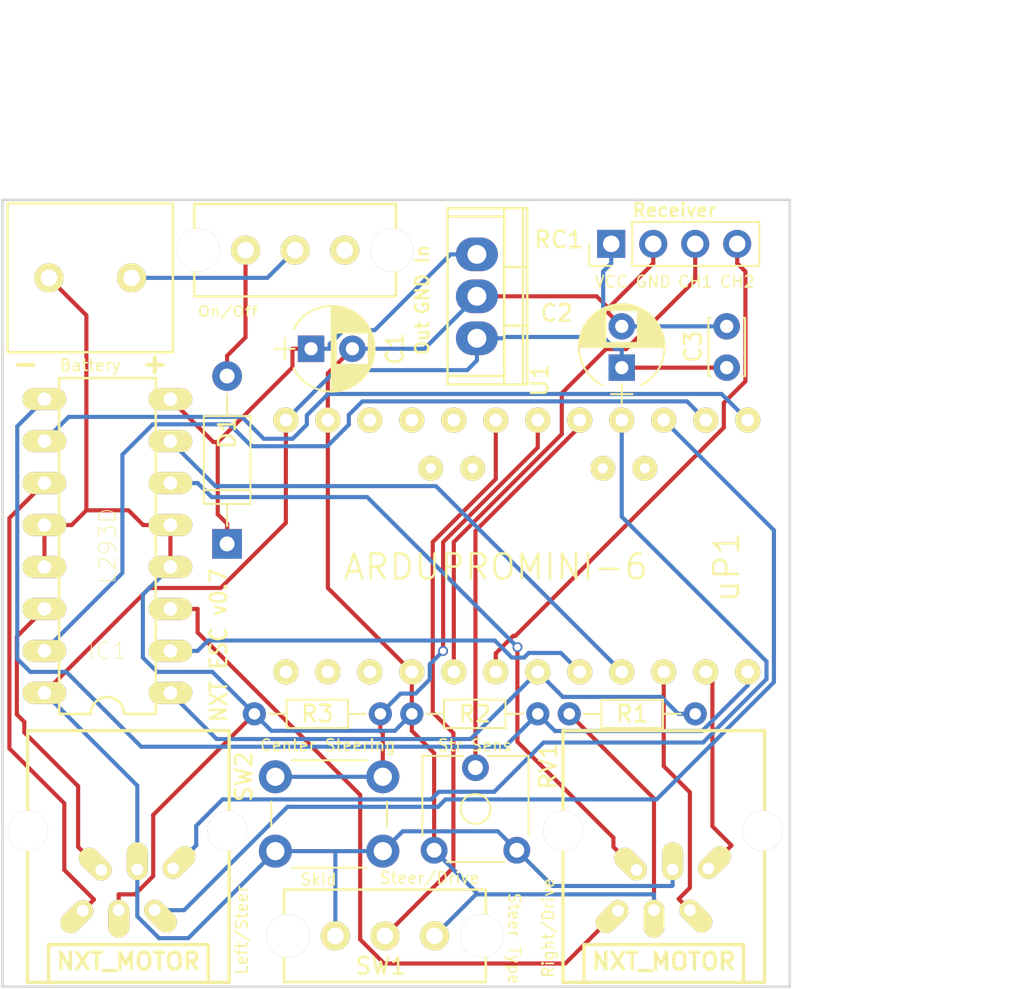
<source format=kicad_pcb>
(kicad_pcb (version 4) (host pcbnew 4.0.2-stable)

  (general
    (links 57)
    (no_connects 0)
    (area 111.049999 65.73 176.91 125.170001)
    (thickness 1.6)
    (drawings 24)
    (tracks 246)
    (zones 0)
    (modules 18)
    (nets 25)
  )

  (page USLetter)
  (title_block
    (title "NXT ESC")
    (date 2018-01-11)
    (company "Jonathan Ludwig")
  )

  (layers
    (0 F.Cu signal)
    (31 B.Cu signal)
    (32 B.Adhes user)
    (33 F.Adhes user)
    (34 B.Paste user)
    (35 F.Paste user)
    (36 B.SilkS user)
    (37 F.SilkS user)
    (38 B.Mask user)
    (39 F.Mask user)
    (40 Dwgs.User user)
    (41 Cmts.User user)
    (42 Eco1.User user)
    (43 Eco2.User user)
    (44 Edge.Cuts user)
    (45 Margin user)
    (46 B.CrtYd user)
    (47 F.CrtYd user)
    (48 B.Fab user)
    (49 F.Fab user)
  )

  (setup
    (last_trace_width 0.25)
    (user_trace_width 0.4)
    (trace_clearance 0.2)
    (zone_clearance 0.508)
    (zone_45_only yes)
    (trace_min 0.2)
    (segment_width 0.2)
    (edge_width 0.15)
    (via_size 0.6)
    (via_drill 0.4)
    (via_min_size 0.4)
    (via_min_drill 0.3)
    (uvia_size 0.3)
    (uvia_drill 0.1)
    (uvias_allowed no)
    (uvia_min_size 0.2)
    (uvia_min_drill 0.1)
    (pcb_text_width 0.3)
    (pcb_text_size 1.5 1.5)
    (mod_edge_width 0.15)
    (mod_text_size 1 1)
    (mod_text_width 0.15)
    (pad_size 1.524 1.524)
    (pad_drill 0.762)
    (pad_to_mask_clearance 0.2)
    (aux_axis_origin 0 0)
    (visible_elements 7FFFFFFF)
    (pcbplotparams
      (layerselection 0x010f0_80000001)
      (usegerberextensions false)
      (excludeedgelayer true)
      (linewidth 0.100000)
      (plotframeref false)
      (viasonmask false)
      (mode 1)
      (useauxorigin false)
      (hpglpennumber 1)
      (hpglpenspeed 20)
      (hpglpendiameter 15)
      (hpglpenoverlay 2)
      (psnegative false)
      (psa4output false)
      (plotreference true)
      (plotvalue true)
      (plotinvisibletext false)
      (padsonsilk false)
      (subtractmaskfromsilk false)
      (outputformat 1)
      (mirror false)
      (drillshape 0)
      (scaleselection 1)
      (outputdirectory nxt_esc.gerber/))
  )

  (net 0 "")
  (net 1 "Net-(IC1-Pad1)")
  (net 2 "Net-(IC1-Pad2)")
  (net 3 "Net-(IC1-Pad7)")
  (net 4 VCC)
  (net 5 "Net-(IC1-Pad3)")
  (net 6 GND)
  (net 7 "Net-(IC1-Pad6)")
  (net 8 "Net-(IC1-Pad9)")
  (net 9 "Net-(IC1-Pad10)")
  (net 10 "Net-(IC1-Pad11)")
  (net 11 "Net-(IC1-Pad14)")
  (net 12 "Net-(IC1-Pad15)")
  (net 13 "Net-(J1-Pad5)")
  (net 14 "Net-(J1-Pad6)")
  (net 15 "Net-(J2-Pad5)")
  (net 16 "Net-(J2-Pad6)")
  (net 17 "Net-(RC1-Pad3)")
  (net 18 "Net-(RC1-Pad4)")
  (net 19 "Net-(SW1-Pad2)")
  (net 20 "Net-(C2-Pad1)")
  (net 21 "Net-(RV1-Pad2)")
  (net 22 "Net-(R3-Pad2)")
  (net 23 "Net-(BT1-Pad1)")
  (net 24 "Net-(D1-Pad2)")

  (net_class Default "This is the default net class."
    (clearance 0.2)
    (trace_width 0.25)
    (via_dia 0.6)
    (via_drill 0.4)
    (uvia_dia 0.3)
    (uvia_drill 0.1)
    (add_net GND)
    (add_net "Net-(BT1-Pad1)")
    (add_net "Net-(C2-Pad1)")
    (add_net "Net-(D1-Pad2)")
    (add_net "Net-(IC1-Pad1)")
    (add_net "Net-(IC1-Pad10)")
    (add_net "Net-(IC1-Pad11)")
    (add_net "Net-(IC1-Pad14)")
    (add_net "Net-(IC1-Pad15)")
    (add_net "Net-(IC1-Pad2)")
    (add_net "Net-(IC1-Pad3)")
    (add_net "Net-(IC1-Pad6)")
    (add_net "Net-(IC1-Pad7)")
    (add_net "Net-(IC1-Pad9)")
    (add_net "Net-(J1-Pad5)")
    (add_net "Net-(J1-Pad6)")
    (add_net "Net-(J2-Pad5)")
    (add_net "Net-(J2-Pad6)")
    (add_net "Net-(R3-Pad2)")
    (add_net "Net-(RC1-Pad3)")
    (add_net "Net-(RC1-Pad4)")
    (add_net "Net-(RV1-Pad2)")
    (add_net "Net-(SW1-Pad2)")
    (add_net VCC)
  )

  (module ArduProMiniTKB:ArduProMini-6 (layer F.Cu) (tedit 5A554122) (tstamp 5A55340C)
    (at 121.92 108.585 90)
    (path /5A55187D)
    (fp_text reference uP1 (at 8.89 33.02 90) (layer F.SilkS)
      (effects (font (size 1.5 1.5) (thickness 0.15)))
    )
    (fp_text value ARDUPROMINI-6 (at 8.89 19.05 180) (layer F.SilkS)
      (effects (font (size 1.5 1.5) (thickness 0.15)))
    )
    (pad 7 thru_hole circle (at 2.54 6.35 90) (size 1.524 1.524) (drill 0.762) (layers *.Cu *.Mask F.SilkS))
    (pad 8 thru_hole circle (at 2.54 8.89 90) (size 1.524 1.524) (drill 0.762) (layers *.Cu *.Mask F.SilkS))
    (pad 9 thru_hole circle (at 2.54 11.43 90) (size 1.524 1.524) (drill 0.762) (layers *.Cu *.Mask F.SilkS))
    (pad 10 thru_hole circle (at 2.54 13.97 90) (size 1.524 1.524) (drill 0.762) (layers *.Cu *.Mask F.SilkS)
      (net 6 GND))
    (pad 11 thru_hole circle (at 2.54 16.51 90) (size 1.524 1.524) (drill 0.762) (layers *.Cu *.Mask F.SilkS)
      (net 17 "Net-(RC1-Pad3)"))
    (pad 12 thru_hole circle (at 2.54 19.05 90) (size 1.524 1.524) (drill 0.762) (layers *.Cu *.Mask F.SilkS)
      (net 18 "Net-(RC1-Pad4)"))
    (pad 13 thru_hole circle (at 2.54 21.59 90) (size 1.524 1.524) (drill 0.762) (layers *.Cu *.Mask F.SilkS)
      (net 1 "Net-(IC1-Pad1)"))
    (pad 14 thru_hole circle (at 2.54 24.13 90) (size 1.524 1.524) (drill 0.762) (layers *.Cu *.Mask F.SilkS)
      (net 2 "Net-(IC1-Pad2)"))
    (pad 15 thru_hole circle (at 2.54 26.67 90) (size 1.524 1.524) (drill 0.762) (layers *.Cu *.Mask F.SilkS)
      (net 3 "Net-(IC1-Pad7)"))
    (pad 16 thru_hole circle (at 2.54 29.21 90) (size 1.524 1.524) (drill 0.762) (layers *.Cu *.Mask F.SilkS)
      (net 13 "Net-(J1-Pad5)"))
    (pad 17 thru_hole circle (at 2.54 31.75 90) (size 1.524 1.524) (drill 0.762) (layers *.Cu *.Mask F.SilkS)
      (net 14 "Net-(J1-Pad6)"))
    (pad 18 thru_hole circle (at 2.54 34.29 90) (size 1.524 1.524) (drill 0.762) (layers *.Cu *.Mask F.SilkS)
      (net 8 "Net-(IC1-Pad9)"))
    (pad 19 thru_hole circle (at 17.78 6.35 90) (size 1.524 1.524) (drill 0.762) (layers *.Cu *.Mask F.SilkS)
      (net 20 "Net-(C2-Pad1)"))
    (pad 20 thru_hole circle (at 17.78 8.89 90) (size 1.524 1.524) (drill 0.762) (layers *.Cu *.Mask F.SilkS)
      (net 6 GND))
    (pad 21 thru_hole circle (at 17.78 11.43 90) (size 1.524 1.524) (drill 0.762) (layers *.Cu *.Mask F.SilkS))
    (pad 22 thru_hole circle (at 17.78 13.97 90) (size 1.524 1.524) (drill 0.762) (layers *.Cu *.Mask F.SilkS))
    (pad 23 thru_hole circle (at 17.78 16.51 90) (size 1.524 1.524) (drill 0.762) (layers *.Cu *.Mask F.SilkS))
    (pad 24 thru_hole circle (at 17.78 19.05 90) (size 1.524 1.524) (drill 0.762) (layers *.Cu *.Mask F.SilkS)
      (net 19 "Net-(SW1-Pad2)"))
    (pad 25 thru_hole circle (at 17.78 21.59 90) (size 1.524 1.524) (drill 0.762) (layers *.Cu *.Mask F.SilkS)
      (net 22 "Net-(R3-Pad2)"))
    (pad 26 thru_hole circle (at 17.78 24.13 90) (size 1.524 1.524) (drill 0.762) (layers *.Cu *.Mask F.SilkS)
      (net 21 "Net-(RV1-Pad2)"))
    (pad 27 thru_hole circle (at 17.78 26.67 90) (size 1.524 1.524) (drill 0.762) (layers *.Cu *.Mask F.SilkS)
      (net 16 "Net-(J2-Pad6)"))
    (pad 28 thru_hole circle (at 17.78 29.21 90) (size 1.524 1.524) (drill 0.762) (layers *.Cu *.Mask F.SilkS)
      (net 15 "Net-(J2-Pad5)"))
    (pad 29 thru_hole circle (at 17.78 31.75 90) (size 1.524 1.524) (drill 0.762) (layers *.Cu *.Mask F.SilkS)
      (net 12 "Net-(IC1-Pad15)"))
    (pad 30 thru_hole circle (at 17.78 34.29 90) (size 1.524 1.524) (drill 0.762) (layers *.Cu *.Mask F.SilkS)
      (net 9 "Net-(IC1-Pad10)"))
    (pad 31 thru_hole circle (at 14.859 15.113 90) (size 1.5 1.5) (drill 0.6) (layers *.Cu *.Mask F.SilkS))
    (pad 32 thru_hole circle (at 14.859 17.653 90) (size 1.5 1.5) (drill 0.6) (layers *.Cu *.Mask F.SilkS))
    (pad 34 thru_hole circle (at 14.859 25.527 90) (size 1.5 1.5) (drill 0.6) (layers *.Cu *.Mask F.SilkS))
    (pad 35 thru_hole circle (at 14.859 28.067 90) (size 1.5 1.5) (drill 0.6) (layers *.Cu *.Mask F.SilkS))
  )

  (module wayne_and_layne_kicad_modules:WNL_NXT_SOCKET (layer F.Cu) (tedit 50C9EEC2) (tstamp 5A5533D7)
    (at 151.13 113.665 180)
    (descr "CONFIRMED LEGO NXT SOCKET W&L")
    (path /5A55654F)
    (attr virtual)
    (fp_text reference J1 (at 0 -1.524 180) (layer F.SilkS) hide
      (effects (font (size 1.016 1.016) (thickness 0.2032)))
    )
    (fp_text value NXT_MOTOR (at 0 -9.906 180) (layer F.SilkS)
      (effects (font (size 1.016 1.016) (thickness 0.2032)))
    )
    (fp_line (start 4.826 -11.176) (end 4.826 -8.89) (layer F.SilkS) (width 0.2032))
    (fp_line (start 4.826 -8.89) (end -4.826 -8.89) (layer F.SilkS) (width 0.2032))
    (fp_line (start -4.826 -8.89) (end -4.826 -11.176) (layer F.SilkS) (width 0.2032))
    (fp_line (start 6.096 4.064) (end -6.096 4.064) (layer F.SilkS) (width 0.2032))
    (fp_line (start -6.096 -11.176) (end -6.096 4.064) (layer F.SilkS) (width 0.2032))
    (fp_line (start 6.096 -11.176) (end 6.096 4.064) (layer F.SilkS) (width 0.2032))
    (fp_line (start -6.096 -11.176) (end 6.096 -11.176) (layer F.SilkS) (width 0.2032))
    (pad "" thru_hole circle (at 6.0833 -1.9939 180) (size 2.413 2.413) (drill 2.413) (layers *.Cu F.SilkS))
    (pad 1 thru_hole oval (at 2.76352 -6.83768 135) (size 1.27 2.286) (drill 0.7112 (offset 0 -0.508)) (layers *.Cu *.Mask F.SilkS)
      (net 5 "Net-(IC1-Pad3)"))
    (pad 2 thru_hole oval (at 1.64592 -4.37134 225) (size 1.27 2.286) (drill 0.7112 (offset 0 0.508)) (layers *.Cu *.Mask F.SilkS)
      (net 7 "Net-(IC1-Pad6)"))
    (pad 3 thru_hole oval (at 0.58928 -6.80466 180) (size 1.27 2.286) (drill 0.7112 (offset 0 -0.508)) (layers *.Cu *.Mask F.SilkS)
      (net 6 GND))
    (pad 4 thru_hole oval (at -0.53848 -4.34594 180) (size 1.27 2.286) (drill 0.7112 (offset 0 0.508)) (layers *.Cu *.Mask F.SilkS)
      (net 20 "Net-(C2-Pad1)"))
    (pad 5 thru_hole oval (at -1.58242 -6.80212 225) (size 1.27 2.286) (drill 0.7112 (offset 0 -0.508)) (layers *.Cu *.Mask F.SilkS)
      (net 13 "Net-(J1-Pad5)"))
    (pad 6 thru_hole oval (at -2.70256 -4.2799 135) (size 1.27 2.286) (drill 0.7112 (offset 0 0.508)) (layers *.Cu *.Mask F.SilkS)
      (net 14 "Net-(J1-Pad6)"))
    (pad "" thru_hole circle (at -5.9817 -1.9939 180) (size 2.413 2.413) (drill 2.413) (layers *.Cu F.SilkS))
  )

  (module L293D:DIL16 (layer F.Cu) (tedit 5A579D5C) (tstamp 5A5533CB)
    (at 117.475 98.425 90)
    (descr "<b>Dual In Line Package</b>")
    (path /5A5560E6)
    (fp_text reference IC1 (at -6.35 0 180) (layer F.SilkS)
      (effects (font (size 1.00113 1.00113) (thickness 0.05)))
    )
    (fp_text value L293D (at 0 0 90) (layer F.SilkS)
      (effects (font (size 1.00156 1.00156) (thickness 0.05)))
    )
    (fp_line (start 10.16 -2.921) (end -10.16 -2.921) (layer F.SilkS) (width 0.1524))
    (fp_line (start -10.16 2.921) (end 10.16 2.921) (layer F.SilkS) (width 0.1524))
    (fp_line (start 10.16 -2.921) (end 10.16 2.921) (layer F.SilkS) (width 0.1524))
    (fp_line (start -10.16 -2.921) (end -10.16 -1.016) (layer F.SilkS) (width 0.1524))
    (fp_line (start -10.16 2.921) (end -10.16 1.016) (layer F.SilkS) (width 0.1524))
    (fp_arc (start -10.16 0) (end -10.16 1.016) (angle -180) (layer F.SilkS) (width 0.1524))
    (pad 1 thru_hole oval (at -8.89 3.81 180) (size 2.6416 1.3208) (drill 0.8128) (layers *.Cu *.Mask F.SilkS)
      (net 1 "Net-(IC1-Pad1)"))
    (pad 2 thru_hole oval (at -6.35 3.81 180) (size 2.6416 1.3208) (drill 0.8128) (layers *.Cu *.Mask F.SilkS)
      (net 2 "Net-(IC1-Pad2)"))
    (pad 7 thru_hole oval (at 6.35 3.81 180) (size 2.6416 1.3208) (drill 0.8128) (layers *.Cu *.Mask F.SilkS)
      (net 3 "Net-(IC1-Pad7)"))
    (pad 8 thru_hole oval (at 8.89 3.81 180) (size 2.6416 1.3208) (drill 0.8128) (layers *.Cu *.Mask F.SilkS)
      (net 4 VCC))
    (pad 3 thru_hole oval (at -3.81 3.81 180) (size 2.6416 1.3208) (drill 0.8128) (layers *.Cu *.Mask F.SilkS)
      (net 5 "Net-(IC1-Pad3)"))
    (pad 4 thru_hole oval (at -1.27 3.81 180) (size 2.6416 1.3208) (drill 0.8128) (layers *.Cu *.Mask F.SilkS)
      (net 6 GND))
    (pad 6 thru_hole oval (at 3.81 3.81 180) (size 2.6416 1.3208) (drill 0.8128) (layers *.Cu *.Mask F.SilkS)
      (net 7 "Net-(IC1-Pad6)"))
    (pad 5 thru_hole oval (at 1.27 3.81 180) (size 2.6416 1.3208) (drill 0.8128) (layers *.Cu *.Mask F.SilkS)
      (net 6 GND))
    (pad 9 thru_hole oval (at 8.89 -3.81 180) (size 2.6416 1.3208) (drill 0.8128) (layers *.Cu *.Mask F.SilkS)
      (net 8 "Net-(IC1-Pad9)"))
    (pad 10 thru_hole oval (at 6.35 -3.81 180) (size 2.6416 1.3208) (drill 0.8128) (layers *.Cu *.Mask F.SilkS)
      (net 9 "Net-(IC1-Pad10)"))
    (pad 11 thru_hole oval (at 3.81 -3.81 180) (size 2.6416 1.3208) (drill 0.8128) (layers *.Cu *.Mask F.SilkS)
      (net 10 "Net-(IC1-Pad11)"))
    (pad 12 thru_hole oval (at 1.27 -3.81 180) (size 2.6416 1.3208) (drill 0.8128) (layers *.Cu *.Mask F.SilkS)
      (net 6 GND))
    (pad 13 thru_hole oval (at -1.27 -3.81 180) (size 2.6416 1.3208) (drill 0.8128) (layers *.Cu *.Mask F.SilkS)
      (net 6 GND))
    (pad 14 thru_hole oval (at -3.81 -3.81 180) (size 2.6416 1.3208) (drill 0.8128) (layers *.Cu *.Mask F.SilkS)
      (net 11 "Net-(IC1-Pad14)"))
    (pad 15 thru_hole oval (at -6.35 -3.81 180) (size 2.6416 1.3208) (drill 0.8128) (layers *.Cu *.Mask F.SilkS)
      (net 12 "Net-(IC1-Pad15)"))
    (pad 16 thru_hole oval (at -8.89 -3.81 180) (size 2.6416 1.3208) (drill 0.8128) (layers *.Cu *.Mask F.SilkS)
      (net 20 "Net-(C2-Pad1)"))
  )

  (module wayne_and_layne_kicad_modules:WNL_NXT_SOCKET (layer F.Cu) (tedit 50C9EEC2) (tstamp 5A5533E3)
    (at 118.745 113.665 180)
    (descr "CONFIRMED LEGO NXT SOCKET W&L")
    (path /5A55659C)
    (attr virtual)
    (fp_text reference J2 (at 0 -1.524 180) (layer F.SilkS) hide
      (effects (font (size 1.016 1.016) (thickness 0.2032)))
    )
    (fp_text value NXT_MOTOR (at 0 -9.906 180) (layer F.SilkS)
      (effects (font (size 1.016 1.016) (thickness 0.2032)))
    )
    (fp_line (start 4.826 -11.176) (end 4.826 -8.89) (layer F.SilkS) (width 0.2032))
    (fp_line (start 4.826 -8.89) (end -4.826 -8.89) (layer F.SilkS) (width 0.2032))
    (fp_line (start -4.826 -8.89) (end -4.826 -11.176) (layer F.SilkS) (width 0.2032))
    (fp_line (start 6.096 4.064) (end -6.096 4.064) (layer F.SilkS) (width 0.2032))
    (fp_line (start -6.096 -11.176) (end -6.096 4.064) (layer F.SilkS) (width 0.2032))
    (fp_line (start 6.096 -11.176) (end 6.096 4.064) (layer F.SilkS) (width 0.2032))
    (fp_line (start -6.096 -11.176) (end 6.096 -11.176) (layer F.SilkS) (width 0.2032))
    (pad "" thru_hole circle (at 6.0833 -1.9939 180) (size 2.413 2.413) (drill 2.413) (layers *.Cu F.SilkS))
    (pad 1 thru_hole oval (at 2.76352 -6.83768 135) (size 1.27 2.286) (drill 0.7112 (offset 0 -0.508)) (layers *.Cu *.Mask F.SilkS)
      (net 10 "Net-(IC1-Pad11)"))
    (pad 2 thru_hole oval (at 1.64592 -4.37134 225) (size 1.27 2.286) (drill 0.7112 (offset 0 0.508)) (layers *.Cu *.Mask F.SilkS)
      (net 11 "Net-(IC1-Pad14)"))
    (pad 3 thru_hole oval (at 0.58928 -6.80466 180) (size 1.27 2.286) (drill 0.7112 (offset 0 -0.508)) (layers *.Cu *.Mask F.SilkS)
      (net 6 GND))
    (pad 4 thru_hole oval (at -0.53848 -4.34594 180) (size 1.27 2.286) (drill 0.7112 (offset 0 0.508)) (layers *.Cu *.Mask F.SilkS)
      (net 20 "Net-(C2-Pad1)"))
    (pad 5 thru_hole oval (at -1.58242 -6.80212 225) (size 1.27 2.286) (drill 0.7112 (offset 0 -0.508)) (layers *.Cu *.Mask F.SilkS)
      (net 15 "Net-(J2-Pad5)"))
    (pad 6 thru_hole oval (at -2.70256 -4.2799 135) (size 1.27 2.286) (drill 0.7112 (offset 0 0.508)) (layers *.Cu *.Mask F.SilkS)
      (net 16 "Net-(J2-Pad6)"))
    (pad "" thru_hole circle (at -5.9817 -1.9939 180) (size 2.413 2.413) (drill 2.413) (layers *.Cu F.SilkS))
  )

  (module Capacitors_ThroughHole:CP_Radial_D5.0mm_P2.50mm (layer F.Cu) (tedit 5A579C58) (tstamp 5A5547AC)
    (at 129.794 86.487)
    (descr "CP, Radial series, Radial, pin pitch=2.50mm, , diameter=5mm, Electrolytic Capacitor")
    (tags "CP Radial series Radial pin pitch 2.50mm  diameter 5mm Electrolytic Capacitor")
    (path /5A55573D)
    (fp_text reference C1 (at 5.08 0 90) (layer F.SilkS)
      (effects (font (size 1 1) (thickness 0.15)))
    )
    (fp_text value 47u (at -3.175 0 90) (layer F.Fab)
      (effects (font (size 1 1) (thickness 0.15)))
    )
    (fp_arc (start 1.25 0) (end -1.05558 -1.18) (angle 125.8) (layer F.SilkS) (width 0.12))
    (fp_arc (start 1.25 0) (end -1.05558 1.18) (angle -125.8) (layer F.SilkS) (width 0.12))
    (fp_arc (start 1.25 0) (end 3.55558 -1.18) (angle 54.2) (layer F.SilkS) (width 0.12))
    (fp_circle (center 1.25 0) (end 3.75 0) (layer F.Fab) (width 0.1))
    (fp_line (start -2.2 0) (end -1 0) (layer F.Fab) (width 0.1))
    (fp_line (start -1.6 -0.65) (end -1.6 0.65) (layer F.Fab) (width 0.1))
    (fp_line (start 1.25 -2.55) (end 1.25 2.55) (layer F.SilkS) (width 0.12))
    (fp_line (start 1.29 -2.55) (end 1.29 2.55) (layer F.SilkS) (width 0.12))
    (fp_line (start 1.33 -2.549) (end 1.33 2.549) (layer F.SilkS) (width 0.12))
    (fp_line (start 1.37 -2.548) (end 1.37 2.548) (layer F.SilkS) (width 0.12))
    (fp_line (start 1.41 -2.546) (end 1.41 2.546) (layer F.SilkS) (width 0.12))
    (fp_line (start 1.45 -2.543) (end 1.45 2.543) (layer F.SilkS) (width 0.12))
    (fp_line (start 1.49 -2.539) (end 1.49 2.539) (layer F.SilkS) (width 0.12))
    (fp_line (start 1.53 -2.535) (end 1.53 -0.98) (layer F.SilkS) (width 0.12))
    (fp_line (start 1.53 0.98) (end 1.53 2.535) (layer F.SilkS) (width 0.12))
    (fp_line (start 1.57 -2.531) (end 1.57 -0.98) (layer F.SilkS) (width 0.12))
    (fp_line (start 1.57 0.98) (end 1.57 2.531) (layer F.SilkS) (width 0.12))
    (fp_line (start 1.61 -2.525) (end 1.61 -0.98) (layer F.SilkS) (width 0.12))
    (fp_line (start 1.61 0.98) (end 1.61 2.525) (layer F.SilkS) (width 0.12))
    (fp_line (start 1.65 -2.519) (end 1.65 -0.98) (layer F.SilkS) (width 0.12))
    (fp_line (start 1.65 0.98) (end 1.65 2.519) (layer F.SilkS) (width 0.12))
    (fp_line (start 1.69 -2.513) (end 1.69 -0.98) (layer F.SilkS) (width 0.12))
    (fp_line (start 1.69 0.98) (end 1.69 2.513) (layer F.SilkS) (width 0.12))
    (fp_line (start 1.73 -2.506) (end 1.73 -0.98) (layer F.SilkS) (width 0.12))
    (fp_line (start 1.73 0.98) (end 1.73 2.506) (layer F.SilkS) (width 0.12))
    (fp_line (start 1.77 -2.498) (end 1.77 -0.98) (layer F.SilkS) (width 0.12))
    (fp_line (start 1.77 0.98) (end 1.77 2.498) (layer F.SilkS) (width 0.12))
    (fp_line (start 1.81 -2.489) (end 1.81 -0.98) (layer F.SilkS) (width 0.12))
    (fp_line (start 1.81 0.98) (end 1.81 2.489) (layer F.SilkS) (width 0.12))
    (fp_line (start 1.85 -2.48) (end 1.85 -0.98) (layer F.SilkS) (width 0.12))
    (fp_line (start 1.85 0.98) (end 1.85 2.48) (layer F.SilkS) (width 0.12))
    (fp_line (start 1.89 -2.47) (end 1.89 -0.98) (layer F.SilkS) (width 0.12))
    (fp_line (start 1.89 0.98) (end 1.89 2.47) (layer F.SilkS) (width 0.12))
    (fp_line (start 1.93 -2.46) (end 1.93 -0.98) (layer F.SilkS) (width 0.12))
    (fp_line (start 1.93 0.98) (end 1.93 2.46) (layer F.SilkS) (width 0.12))
    (fp_line (start 1.971 -2.448) (end 1.971 -0.98) (layer F.SilkS) (width 0.12))
    (fp_line (start 1.971 0.98) (end 1.971 2.448) (layer F.SilkS) (width 0.12))
    (fp_line (start 2.011 -2.436) (end 2.011 -0.98) (layer F.SilkS) (width 0.12))
    (fp_line (start 2.011 0.98) (end 2.011 2.436) (layer F.SilkS) (width 0.12))
    (fp_line (start 2.051 -2.424) (end 2.051 -0.98) (layer F.SilkS) (width 0.12))
    (fp_line (start 2.051 0.98) (end 2.051 2.424) (layer F.SilkS) (width 0.12))
    (fp_line (start 2.091 -2.41) (end 2.091 -0.98) (layer F.SilkS) (width 0.12))
    (fp_line (start 2.091 0.98) (end 2.091 2.41) (layer F.SilkS) (width 0.12))
    (fp_line (start 2.131 -2.396) (end 2.131 -0.98) (layer F.SilkS) (width 0.12))
    (fp_line (start 2.131 0.98) (end 2.131 2.396) (layer F.SilkS) (width 0.12))
    (fp_line (start 2.171 -2.382) (end 2.171 -0.98) (layer F.SilkS) (width 0.12))
    (fp_line (start 2.171 0.98) (end 2.171 2.382) (layer F.SilkS) (width 0.12))
    (fp_line (start 2.211 -2.366) (end 2.211 -0.98) (layer F.SilkS) (width 0.12))
    (fp_line (start 2.211 0.98) (end 2.211 2.366) (layer F.SilkS) (width 0.12))
    (fp_line (start 2.251 -2.35) (end 2.251 -0.98) (layer F.SilkS) (width 0.12))
    (fp_line (start 2.251 0.98) (end 2.251 2.35) (layer F.SilkS) (width 0.12))
    (fp_line (start 2.291 -2.333) (end 2.291 -0.98) (layer F.SilkS) (width 0.12))
    (fp_line (start 2.291 0.98) (end 2.291 2.333) (layer F.SilkS) (width 0.12))
    (fp_line (start 2.331 -2.315) (end 2.331 -0.98) (layer F.SilkS) (width 0.12))
    (fp_line (start 2.331 0.98) (end 2.331 2.315) (layer F.SilkS) (width 0.12))
    (fp_line (start 2.371 -2.296) (end 2.371 -0.98) (layer F.SilkS) (width 0.12))
    (fp_line (start 2.371 0.98) (end 2.371 2.296) (layer F.SilkS) (width 0.12))
    (fp_line (start 2.411 -2.276) (end 2.411 -0.98) (layer F.SilkS) (width 0.12))
    (fp_line (start 2.411 0.98) (end 2.411 2.276) (layer F.SilkS) (width 0.12))
    (fp_line (start 2.451 -2.256) (end 2.451 -0.98) (layer F.SilkS) (width 0.12))
    (fp_line (start 2.451 0.98) (end 2.451 2.256) (layer F.SilkS) (width 0.12))
    (fp_line (start 2.491 -2.234) (end 2.491 -0.98) (layer F.SilkS) (width 0.12))
    (fp_line (start 2.491 0.98) (end 2.491 2.234) (layer F.SilkS) (width 0.12))
    (fp_line (start 2.531 -2.212) (end 2.531 -0.98) (layer F.SilkS) (width 0.12))
    (fp_line (start 2.531 0.98) (end 2.531 2.212) (layer F.SilkS) (width 0.12))
    (fp_line (start 2.571 -2.189) (end 2.571 -0.98) (layer F.SilkS) (width 0.12))
    (fp_line (start 2.571 0.98) (end 2.571 2.189) (layer F.SilkS) (width 0.12))
    (fp_line (start 2.611 -2.165) (end 2.611 -0.98) (layer F.SilkS) (width 0.12))
    (fp_line (start 2.611 0.98) (end 2.611 2.165) (layer F.SilkS) (width 0.12))
    (fp_line (start 2.651 -2.14) (end 2.651 -0.98) (layer F.SilkS) (width 0.12))
    (fp_line (start 2.651 0.98) (end 2.651 2.14) (layer F.SilkS) (width 0.12))
    (fp_line (start 2.691 -2.113) (end 2.691 -0.98) (layer F.SilkS) (width 0.12))
    (fp_line (start 2.691 0.98) (end 2.691 2.113) (layer F.SilkS) (width 0.12))
    (fp_line (start 2.731 -2.086) (end 2.731 -0.98) (layer F.SilkS) (width 0.12))
    (fp_line (start 2.731 0.98) (end 2.731 2.086) (layer F.SilkS) (width 0.12))
    (fp_line (start 2.771 -2.058) (end 2.771 -0.98) (layer F.SilkS) (width 0.12))
    (fp_line (start 2.771 0.98) (end 2.771 2.058) (layer F.SilkS) (width 0.12))
    (fp_line (start 2.811 -2.028) (end 2.811 -0.98) (layer F.SilkS) (width 0.12))
    (fp_line (start 2.811 0.98) (end 2.811 2.028) (layer F.SilkS) (width 0.12))
    (fp_line (start 2.851 -1.997) (end 2.851 -0.98) (layer F.SilkS) (width 0.12))
    (fp_line (start 2.851 0.98) (end 2.851 1.997) (layer F.SilkS) (width 0.12))
    (fp_line (start 2.891 -1.965) (end 2.891 -0.98) (layer F.SilkS) (width 0.12))
    (fp_line (start 2.891 0.98) (end 2.891 1.965) (layer F.SilkS) (width 0.12))
    (fp_line (start 2.931 -1.932) (end 2.931 -0.98) (layer F.SilkS) (width 0.12))
    (fp_line (start 2.931 0.98) (end 2.931 1.932) (layer F.SilkS) (width 0.12))
    (fp_line (start 2.971 -1.897) (end 2.971 -0.98) (layer F.SilkS) (width 0.12))
    (fp_line (start 2.971 0.98) (end 2.971 1.897) (layer F.SilkS) (width 0.12))
    (fp_line (start 3.011 -1.861) (end 3.011 -0.98) (layer F.SilkS) (width 0.12))
    (fp_line (start 3.011 0.98) (end 3.011 1.861) (layer F.SilkS) (width 0.12))
    (fp_line (start 3.051 -1.823) (end 3.051 -0.98) (layer F.SilkS) (width 0.12))
    (fp_line (start 3.051 0.98) (end 3.051 1.823) (layer F.SilkS) (width 0.12))
    (fp_line (start 3.091 -1.783) (end 3.091 -0.98) (layer F.SilkS) (width 0.12))
    (fp_line (start 3.091 0.98) (end 3.091 1.783) (layer F.SilkS) (width 0.12))
    (fp_line (start 3.131 -1.742) (end 3.131 -0.98) (layer F.SilkS) (width 0.12))
    (fp_line (start 3.131 0.98) (end 3.131 1.742) (layer F.SilkS) (width 0.12))
    (fp_line (start 3.171 -1.699) (end 3.171 -0.98) (layer F.SilkS) (width 0.12))
    (fp_line (start 3.171 0.98) (end 3.171 1.699) (layer F.SilkS) (width 0.12))
    (fp_line (start 3.211 -1.654) (end 3.211 -0.98) (layer F.SilkS) (width 0.12))
    (fp_line (start 3.211 0.98) (end 3.211 1.654) (layer F.SilkS) (width 0.12))
    (fp_line (start 3.251 -1.606) (end 3.251 -0.98) (layer F.SilkS) (width 0.12))
    (fp_line (start 3.251 0.98) (end 3.251 1.606) (layer F.SilkS) (width 0.12))
    (fp_line (start 3.291 -1.556) (end 3.291 -0.98) (layer F.SilkS) (width 0.12))
    (fp_line (start 3.291 0.98) (end 3.291 1.556) (layer F.SilkS) (width 0.12))
    (fp_line (start 3.331 -1.504) (end 3.331 -0.98) (layer F.SilkS) (width 0.12))
    (fp_line (start 3.331 0.98) (end 3.331 1.504) (layer F.SilkS) (width 0.12))
    (fp_line (start 3.371 -1.448) (end 3.371 -0.98) (layer F.SilkS) (width 0.12))
    (fp_line (start 3.371 0.98) (end 3.371 1.448) (layer F.SilkS) (width 0.12))
    (fp_line (start 3.411 -1.39) (end 3.411 -0.98) (layer F.SilkS) (width 0.12))
    (fp_line (start 3.411 0.98) (end 3.411 1.39) (layer F.SilkS) (width 0.12))
    (fp_line (start 3.451 -1.327) (end 3.451 -0.98) (layer F.SilkS) (width 0.12))
    (fp_line (start 3.451 0.98) (end 3.451 1.327) (layer F.SilkS) (width 0.12))
    (fp_line (start 3.491 -1.261) (end 3.491 1.261) (layer F.SilkS) (width 0.12))
    (fp_line (start 3.531 -1.189) (end 3.531 1.189) (layer F.SilkS) (width 0.12))
    (fp_line (start 3.571 -1.112) (end 3.571 1.112) (layer F.SilkS) (width 0.12))
    (fp_line (start 3.611 -1.028) (end 3.611 1.028) (layer F.SilkS) (width 0.12))
    (fp_line (start 3.651 -0.934) (end 3.651 0.934) (layer F.SilkS) (width 0.12))
    (fp_line (start 3.691 -0.829) (end 3.691 0.829) (layer F.SilkS) (width 0.12))
    (fp_line (start 3.731 -0.707) (end 3.731 0.707) (layer F.SilkS) (width 0.12))
    (fp_line (start 3.771 -0.559) (end 3.771 0.559) (layer F.SilkS) (width 0.12))
    (fp_line (start 3.811 -0.354) (end 3.811 0.354) (layer F.SilkS) (width 0.12))
    (fp_line (start -2.2 0) (end -1 0) (layer F.SilkS) (width 0.12))
    (fp_line (start -1.6 -0.65) (end -1.6 0.65) (layer F.SilkS) (width 0.12))
    (fp_line (start -1.6 -2.85) (end -1.6 2.85) (layer F.CrtYd) (width 0.05))
    (fp_line (start -1.6 2.85) (end 4.1 2.85) (layer F.CrtYd) (width 0.05))
    (fp_line (start 4.1 2.85) (end 4.1 -2.85) (layer F.CrtYd) (width 0.05))
    (fp_line (start 4.1 -2.85) (end -1.6 -2.85) (layer F.CrtYd) (width 0.05))
    (fp_text user %R (at 1.25 0) (layer F.Fab)
      (effects (font (size 1 1) (thickness 0.15)))
    )
    (pad 1 thru_hole rect (at 0 0) (size 1.6 1.6) (drill 0.8) (layers *.Cu *.Mask)
      (net 4 VCC))
    (pad 2 thru_hole circle (at 2.5 0) (size 1.6 1.6) (drill 0.8) (layers *.Cu *.Mask)
      (net 6 GND))
    (model ${KISYS3DMOD}/Capacitors_THT.3dshapes/CP_Radial_D5.0mm_P2.50mm.wrl
      (at (xyz 0 0 0))
      (scale (xyz 1 1 1))
      (rotate (xyz 0 0 0))
    )
  )

  (module Resistors_ThroughHole:R_Axial_DIN0204_L3.6mm_D1.6mm_P7.62mm_Horizontal (layer F.Cu) (tedit 5A579B6E) (tstamp 5A5547B8)
    (at 145.415 108.585)
    (descr "Resistor, Axial_DIN0204 series, Axial, Horizontal, pin pitch=7.62mm, 0.16666666666666666W = 1/6W, length*diameter=3.6*1.6mm^2, http://cdn-reichelt.de/documents/datenblatt/B400/1_4W%23YAG.pdf")
    (tags "Resistor Axial_DIN0204 series Axial Horizontal pin pitch 7.62mm 0.16666666666666666W = 1/6W length 3.6mm diameter 1.6mm")
    (path /5A554F6D)
    (fp_text reference R1 (at 3.81 0) (layer F.SilkS)
      (effects (font (size 1 1) (thickness 0.15)))
    )
    (fp_text value 100k (at 3.81 1.86) (layer F.Fab)
      (effects (font (size 1 1) (thickness 0.15)))
    )
    (fp_line (start 2.01 -0.8) (end 2.01 0.8) (layer F.Fab) (width 0.1))
    (fp_line (start 2.01 0.8) (end 5.61 0.8) (layer F.Fab) (width 0.1))
    (fp_line (start 5.61 0.8) (end 5.61 -0.8) (layer F.Fab) (width 0.1))
    (fp_line (start 5.61 -0.8) (end 2.01 -0.8) (layer F.Fab) (width 0.1))
    (fp_line (start 0 0) (end 2.01 0) (layer F.Fab) (width 0.1))
    (fp_line (start 7.62 0) (end 5.61 0) (layer F.Fab) (width 0.1))
    (fp_line (start 1.95 -0.86) (end 1.95 0.86) (layer F.SilkS) (width 0.12))
    (fp_line (start 1.95 0.86) (end 5.67 0.86) (layer F.SilkS) (width 0.12))
    (fp_line (start 5.67 0.86) (end 5.67 -0.86) (layer F.SilkS) (width 0.12))
    (fp_line (start 5.67 -0.86) (end 1.95 -0.86) (layer F.SilkS) (width 0.12))
    (fp_line (start 0.88 0) (end 1.95 0) (layer F.SilkS) (width 0.12))
    (fp_line (start 6.74 0) (end 5.67 0) (layer F.SilkS) (width 0.12))
    (fp_line (start -0.95 -1.15) (end -0.95 1.15) (layer F.CrtYd) (width 0.05))
    (fp_line (start -0.95 1.15) (end 8.6 1.15) (layer F.CrtYd) (width 0.05))
    (fp_line (start 8.6 1.15) (end 8.6 -1.15) (layer F.CrtYd) (width 0.05))
    (fp_line (start 8.6 -1.15) (end -0.95 -1.15) (layer F.CrtYd) (width 0.05))
    (pad 1 thru_hole circle (at 0 0) (size 1.4 1.4) (drill 0.7) (layers *.Cu *.Mask)
      (net 6 GND))
    (pad 2 thru_hole oval (at 7.62 0) (size 1.4 1.4) (drill 0.7) (layers *.Cu *.Mask)
      (net 1 "Net-(IC1-Pad1)"))
    (model ${KISYS3DMOD}/Resistors_THT.3dshapes/R_Axial_DIN0204_L3.6mm_D1.6mm_P7.62mm_Horizontal.wrl
      (at (xyz 0 0 0))
      (scale (xyz 0.393701 0.393701 0.393701))
      (rotate (xyz 0 0 0))
    )
  )

  (module Resistors_ThroughHole:R_Axial_DIN0204_L3.6mm_D1.6mm_P7.62mm_Horizontal (layer F.Cu) (tedit 5A579B62) (tstamp 5A5547BE)
    (at 143.51 108.585 180)
    (descr "Resistor, Axial_DIN0204 series, Axial, Horizontal, pin pitch=7.62mm, 0.16666666666666666W = 1/6W, length*diameter=3.6*1.6mm^2, http://cdn-reichelt.de/documents/datenblatt/B400/1_4W%23YAG.pdf")
    (tags "Resistor Axial_DIN0204 series Axial Horizontal pin pitch 7.62mm 0.16666666666666666W = 1/6W length 3.6mm diameter 1.6mm")
    (path /5A555153)
    (fp_text reference R2 (at 3.81 0 180) (layer F.SilkS)
      (effects (font (size 1 1) (thickness 0.15)))
    )
    (fp_text value 100k (at 3.81 1.86 180) (layer F.Fab)
      (effects (font (size 1 1) (thickness 0.15)))
    )
    (fp_line (start 2.01 -0.8) (end 2.01 0.8) (layer F.Fab) (width 0.1))
    (fp_line (start 2.01 0.8) (end 5.61 0.8) (layer F.Fab) (width 0.1))
    (fp_line (start 5.61 0.8) (end 5.61 -0.8) (layer F.Fab) (width 0.1))
    (fp_line (start 5.61 -0.8) (end 2.01 -0.8) (layer F.Fab) (width 0.1))
    (fp_line (start 0 0) (end 2.01 0) (layer F.Fab) (width 0.1))
    (fp_line (start 7.62 0) (end 5.61 0) (layer F.Fab) (width 0.1))
    (fp_line (start 1.95 -0.86) (end 1.95 0.86) (layer F.SilkS) (width 0.12))
    (fp_line (start 1.95 0.86) (end 5.67 0.86) (layer F.SilkS) (width 0.12))
    (fp_line (start 5.67 0.86) (end 5.67 -0.86) (layer F.SilkS) (width 0.12))
    (fp_line (start 5.67 -0.86) (end 1.95 -0.86) (layer F.SilkS) (width 0.12))
    (fp_line (start 0.88 0) (end 1.95 0) (layer F.SilkS) (width 0.12))
    (fp_line (start 6.74 0) (end 5.67 0) (layer F.SilkS) (width 0.12))
    (fp_line (start -0.95 -1.15) (end -0.95 1.15) (layer F.CrtYd) (width 0.05))
    (fp_line (start -0.95 1.15) (end 8.6 1.15) (layer F.CrtYd) (width 0.05))
    (fp_line (start 8.6 1.15) (end 8.6 -1.15) (layer F.CrtYd) (width 0.05))
    (fp_line (start 8.6 -1.15) (end -0.95 -1.15) (layer F.CrtYd) (width 0.05))
    (pad 1 thru_hole circle (at 0 0 180) (size 1.4 1.4) (drill 0.7) (layers *.Cu *.Mask)
      (net 8 "Net-(IC1-Pad9)"))
    (pad 2 thru_hole oval (at 7.62 0 180) (size 1.4 1.4) (drill 0.7) (layers *.Cu *.Mask)
      (net 6 GND))
    (model ${KISYS3DMOD}/Resistors_THT.3dshapes/R_Axial_DIN0204_L3.6mm_D1.6mm_P7.62mm_Horizontal.wrl
      (at (xyz 0 0 0))
      (scale (xyz 0.393701 0.393701 0.393701))
      (rotate (xyz 0 0 0))
    )
  )

  (module Power_Integrations:TO-220 (layer F.Cu) (tedit 5A579C4F) (tstamp 5A554A90)
    (at 139.827 83.312 270)
    (descr "Non Isolated JEDEC TO-220 Package")
    (tags "Power Integration YN Package")
    (path /5A56A755)
    (fp_text reference U1 (at 5.08 -3.81 270) (layer F.SilkS)
      (effects (font (size 1 1) (thickness 0.15)))
    )
    (fp_text value LM7805CT (at 0 2.54 270) (layer F.Fab)
      (effects (font (size 1 1) (thickness 0.15)))
    )
    (fp_line (start 4.826 -1.651) (end 4.826 1.778) (layer F.SilkS) (width 0.15))
    (fp_line (start -4.826 -1.651) (end -4.826 1.778) (layer F.SilkS) (width 0.15))
    (fp_line (start 5.334 -2.794) (end -5.334 -2.794) (layer F.SilkS) (width 0.15))
    (fp_line (start 1.778 -1.778) (end 1.778 -3.048) (layer F.SilkS) (width 0.15))
    (fp_line (start -1.778 -1.778) (end -1.778 -3.048) (layer F.SilkS) (width 0.15))
    (fp_line (start -5.334 -1.651) (end 5.334 -1.651) (layer F.SilkS) (width 0.15))
    (fp_line (start 5.334 1.778) (end -5.334 1.778) (layer F.SilkS) (width 0.15))
    (fp_line (start -5.334 -3.048) (end -5.334 1.778) (layer F.SilkS) (width 0.15))
    (fp_line (start 5.334 -3.048) (end 5.334 1.778) (layer F.SilkS) (width 0.15))
    (fp_line (start 5.334 -3.048) (end -5.334 -3.048) (layer F.SilkS) (width 0.15))
    (pad 2 thru_hole oval (at 0 0 270) (size 2.032 2.54) (drill 1.143) (layers *.Cu *.Mask)
      (net 6 GND))
    (pad 3 thru_hole oval (at 2.54 0 270) (size 2.032 2.54) (drill 1.143) (layers *.Cu *.Mask)
      (net 20 "Net-(C2-Pad1)"))
    (pad 1 thru_hole oval (at -2.54 0 270) (size 2.032 2.54) (drill 1.143) (layers *.Cu *.Mask)
      (net 4 VCC))
  )

  (module Pin_Headers:Pin_Header_Straight_1x04_Pitch2.54mm (layer F.Cu) (tedit 5AABF417) (tstamp 5A5559F8)
    (at 147.955 80.137 90)
    (descr "Through hole straight pin header, 1x04, 2.54mm pitch, single row")
    (tags "Through hole pin header THT 1x04 2.54mm single row")
    (path /5A555DFE)
    (fp_text reference RC1 (at 0.254 -3.175 180) (layer F.SilkS)
      (effects (font (size 1 1) (thickness 0.15)))
    )
    (fp_text value RC_Receiver (at 2.54 3.81 180) (layer F.Fab)
      (effects (font (size 1 1) (thickness 0.15)))
    )
    (fp_line (start -0.635 -1.27) (end 1.27 -1.27) (layer F.Fab) (width 0.1))
    (fp_line (start 1.27 -1.27) (end 1.27 8.89) (layer F.Fab) (width 0.1))
    (fp_line (start 1.27 8.89) (end -1.27 8.89) (layer F.Fab) (width 0.1))
    (fp_line (start -1.27 8.89) (end -1.27 -0.635) (layer F.Fab) (width 0.1))
    (fp_line (start -1.27 -0.635) (end -0.635 -1.27) (layer F.Fab) (width 0.1))
    (fp_line (start -1.33 8.95) (end 1.33 8.95) (layer F.SilkS) (width 0.12))
    (fp_line (start -1.33 1.27) (end -1.33 8.95) (layer F.SilkS) (width 0.12))
    (fp_line (start 1.33 1.27) (end 1.33 8.95) (layer F.SilkS) (width 0.12))
    (fp_line (start -1.33 1.27) (end 1.33 1.27) (layer F.SilkS) (width 0.12))
    (fp_line (start -1.33 0) (end -1.33 -1.33) (layer F.SilkS) (width 0.12))
    (fp_line (start -1.33 -1.33) (end 0 -1.33) (layer F.SilkS) (width 0.12))
    (fp_line (start -1.8 -1.8) (end -1.8 9.4) (layer F.CrtYd) (width 0.05))
    (fp_line (start -1.8 9.4) (end 1.8 9.4) (layer F.CrtYd) (width 0.05))
    (fp_line (start 1.8 9.4) (end 1.8 -1.8) (layer F.CrtYd) (width 0.05))
    (fp_line (start 1.8 -1.8) (end -1.8 -1.8) (layer F.CrtYd) (width 0.05))
    (fp_text user %R (at 0 3.81 180) (layer F.Fab)
      (effects (font (size 1 1) (thickness 0.15)))
    )
    (pad 1 thru_hole rect (at 0 0 90) (size 1.7 1.7) (drill 1) (layers *.Cu *.Mask)
      (net 20 "Net-(C2-Pad1)"))
    (pad 2 thru_hole oval (at 0 2.54 90) (size 1.7 1.7) (drill 1) (layers *.Cu *.Mask)
      (net 6 GND))
    (pad 3 thru_hole oval (at 0 5.08 90) (size 1.7 1.7) (drill 1) (layers *.Cu *.Mask)
      (net 17 "Net-(RC1-Pad3)"))
    (pad 4 thru_hole oval (at 0 7.62 90) (size 1.7 1.7) (drill 1) (layers *.Cu *.Mask)
      (net 18 "Net-(RC1-Pad4)"))
    (model ${KISYS3DMOD}/Pin_Headers.3dshapes/Pin_Header_Straight_1x04_Pitch2.54mm.wrl
      (at (xyz 0 0 0))
      (scale (xyz 1 1 1))
      (rotate (xyz 0 0 0))
    )
  )

  (module Capacitors_ThroughHole:CP_Radial_D5.0mm_P2.50mm (layer F.Cu) (tedit 5AABF409) (tstamp 5A57ACC8)
    (at 148.59 87.63 90)
    (descr "CP, Radial series, Radial, pin pitch=2.50mm, , diameter=5mm, Electrolytic Capacitor")
    (tags "CP Radial series Radial pin pitch 2.50mm  diameter 5mm Electrolytic Capacitor")
    (path /5A56BDA4)
    (fp_text reference C2 (at 3.302 -3.937 180) (layer F.SilkS)
      (effects (font (size 1 1) (thickness 0.15)))
    )
    (fp_text value 100u (at -3.175 0 180) (layer F.Fab)
      (effects (font (size 1 1) (thickness 0.15)))
    )
    (fp_arc (start 1.25 0) (end -1.05558 -1.18) (angle 125.8) (layer F.SilkS) (width 0.12))
    (fp_arc (start 1.25 0) (end -1.05558 1.18) (angle -125.8) (layer F.SilkS) (width 0.12))
    (fp_arc (start 1.25 0) (end 3.55558 -1.18) (angle 54.2) (layer F.SilkS) (width 0.12))
    (fp_circle (center 1.25 0) (end 3.75 0) (layer F.Fab) (width 0.1))
    (fp_line (start -2.2 0) (end -1 0) (layer F.Fab) (width 0.1))
    (fp_line (start -1.6 -0.65) (end -1.6 0.65) (layer F.Fab) (width 0.1))
    (fp_line (start 1.25 -2.55) (end 1.25 2.55) (layer F.SilkS) (width 0.12))
    (fp_line (start 1.29 -2.55) (end 1.29 2.55) (layer F.SilkS) (width 0.12))
    (fp_line (start 1.33 -2.549) (end 1.33 2.549) (layer F.SilkS) (width 0.12))
    (fp_line (start 1.37 -2.548) (end 1.37 2.548) (layer F.SilkS) (width 0.12))
    (fp_line (start 1.41 -2.546) (end 1.41 2.546) (layer F.SilkS) (width 0.12))
    (fp_line (start 1.45 -2.543) (end 1.45 2.543) (layer F.SilkS) (width 0.12))
    (fp_line (start 1.49 -2.539) (end 1.49 2.539) (layer F.SilkS) (width 0.12))
    (fp_line (start 1.53 -2.535) (end 1.53 -0.98) (layer F.SilkS) (width 0.12))
    (fp_line (start 1.53 0.98) (end 1.53 2.535) (layer F.SilkS) (width 0.12))
    (fp_line (start 1.57 -2.531) (end 1.57 -0.98) (layer F.SilkS) (width 0.12))
    (fp_line (start 1.57 0.98) (end 1.57 2.531) (layer F.SilkS) (width 0.12))
    (fp_line (start 1.61 -2.525) (end 1.61 -0.98) (layer F.SilkS) (width 0.12))
    (fp_line (start 1.61 0.98) (end 1.61 2.525) (layer F.SilkS) (width 0.12))
    (fp_line (start 1.65 -2.519) (end 1.65 -0.98) (layer F.SilkS) (width 0.12))
    (fp_line (start 1.65 0.98) (end 1.65 2.519) (layer F.SilkS) (width 0.12))
    (fp_line (start 1.69 -2.513) (end 1.69 -0.98) (layer F.SilkS) (width 0.12))
    (fp_line (start 1.69 0.98) (end 1.69 2.513) (layer F.SilkS) (width 0.12))
    (fp_line (start 1.73 -2.506) (end 1.73 -0.98) (layer F.SilkS) (width 0.12))
    (fp_line (start 1.73 0.98) (end 1.73 2.506) (layer F.SilkS) (width 0.12))
    (fp_line (start 1.77 -2.498) (end 1.77 -0.98) (layer F.SilkS) (width 0.12))
    (fp_line (start 1.77 0.98) (end 1.77 2.498) (layer F.SilkS) (width 0.12))
    (fp_line (start 1.81 -2.489) (end 1.81 -0.98) (layer F.SilkS) (width 0.12))
    (fp_line (start 1.81 0.98) (end 1.81 2.489) (layer F.SilkS) (width 0.12))
    (fp_line (start 1.85 -2.48) (end 1.85 -0.98) (layer F.SilkS) (width 0.12))
    (fp_line (start 1.85 0.98) (end 1.85 2.48) (layer F.SilkS) (width 0.12))
    (fp_line (start 1.89 -2.47) (end 1.89 -0.98) (layer F.SilkS) (width 0.12))
    (fp_line (start 1.89 0.98) (end 1.89 2.47) (layer F.SilkS) (width 0.12))
    (fp_line (start 1.93 -2.46) (end 1.93 -0.98) (layer F.SilkS) (width 0.12))
    (fp_line (start 1.93 0.98) (end 1.93 2.46) (layer F.SilkS) (width 0.12))
    (fp_line (start 1.971 -2.448) (end 1.971 -0.98) (layer F.SilkS) (width 0.12))
    (fp_line (start 1.971 0.98) (end 1.971 2.448) (layer F.SilkS) (width 0.12))
    (fp_line (start 2.011 -2.436) (end 2.011 -0.98) (layer F.SilkS) (width 0.12))
    (fp_line (start 2.011 0.98) (end 2.011 2.436) (layer F.SilkS) (width 0.12))
    (fp_line (start 2.051 -2.424) (end 2.051 -0.98) (layer F.SilkS) (width 0.12))
    (fp_line (start 2.051 0.98) (end 2.051 2.424) (layer F.SilkS) (width 0.12))
    (fp_line (start 2.091 -2.41) (end 2.091 -0.98) (layer F.SilkS) (width 0.12))
    (fp_line (start 2.091 0.98) (end 2.091 2.41) (layer F.SilkS) (width 0.12))
    (fp_line (start 2.131 -2.396) (end 2.131 -0.98) (layer F.SilkS) (width 0.12))
    (fp_line (start 2.131 0.98) (end 2.131 2.396) (layer F.SilkS) (width 0.12))
    (fp_line (start 2.171 -2.382) (end 2.171 -0.98) (layer F.SilkS) (width 0.12))
    (fp_line (start 2.171 0.98) (end 2.171 2.382) (layer F.SilkS) (width 0.12))
    (fp_line (start 2.211 -2.366) (end 2.211 -0.98) (layer F.SilkS) (width 0.12))
    (fp_line (start 2.211 0.98) (end 2.211 2.366) (layer F.SilkS) (width 0.12))
    (fp_line (start 2.251 -2.35) (end 2.251 -0.98) (layer F.SilkS) (width 0.12))
    (fp_line (start 2.251 0.98) (end 2.251 2.35) (layer F.SilkS) (width 0.12))
    (fp_line (start 2.291 -2.333) (end 2.291 -0.98) (layer F.SilkS) (width 0.12))
    (fp_line (start 2.291 0.98) (end 2.291 2.333) (layer F.SilkS) (width 0.12))
    (fp_line (start 2.331 -2.315) (end 2.331 -0.98) (layer F.SilkS) (width 0.12))
    (fp_line (start 2.331 0.98) (end 2.331 2.315) (layer F.SilkS) (width 0.12))
    (fp_line (start 2.371 -2.296) (end 2.371 -0.98) (layer F.SilkS) (width 0.12))
    (fp_line (start 2.371 0.98) (end 2.371 2.296) (layer F.SilkS) (width 0.12))
    (fp_line (start 2.411 -2.276) (end 2.411 -0.98) (layer F.SilkS) (width 0.12))
    (fp_line (start 2.411 0.98) (end 2.411 2.276) (layer F.SilkS) (width 0.12))
    (fp_line (start 2.451 -2.256) (end 2.451 -0.98) (layer F.SilkS) (width 0.12))
    (fp_line (start 2.451 0.98) (end 2.451 2.256) (layer F.SilkS) (width 0.12))
    (fp_line (start 2.491 -2.234) (end 2.491 -0.98) (layer F.SilkS) (width 0.12))
    (fp_line (start 2.491 0.98) (end 2.491 2.234) (layer F.SilkS) (width 0.12))
    (fp_line (start 2.531 -2.212) (end 2.531 -0.98) (layer F.SilkS) (width 0.12))
    (fp_line (start 2.531 0.98) (end 2.531 2.212) (layer F.SilkS) (width 0.12))
    (fp_line (start 2.571 -2.189) (end 2.571 -0.98) (layer F.SilkS) (width 0.12))
    (fp_line (start 2.571 0.98) (end 2.571 2.189) (layer F.SilkS) (width 0.12))
    (fp_line (start 2.611 -2.165) (end 2.611 -0.98) (layer F.SilkS) (width 0.12))
    (fp_line (start 2.611 0.98) (end 2.611 2.165) (layer F.SilkS) (width 0.12))
    (fp_line (start 2.651 -2.14) (end 2.651 -0.98) (layer F.SilkS) (width 0.12))
    (fp_line (start 2.651 0.98) (end 2.651 2.14) (layer F.SilkS) (width 0.12))
    (fp_line (start 2.691 -2.113) (end 2.691 -0.98) (layer F.SilkS) (width 0.12))
    (fp_line (start 2.691 0.98) (end 2.691 2.113) (layer F.SilkS) (width 0.12))
    (fp_line (start 2.731 -2.086) (end 2.731 -0.98) (layer F.SilkS) (width 0.12))
    (fp_line (start 2.731 0.98) (end 2.731 2.086) (layer F.SilkS) (width 0.12))
    (fp_line (start 2.771 -2.058) (end 2.771 -0.98) (layer F.SilkS) (width 0.12))
    (fp_line (start 2.771 0.98) (end 2.771 2.058) (layer F.SilkS) (width 0.12))
    (fp_line (start 2.811 -2.028) (end 2.811 -0.98) (layer F.SilkS) (width 0.12))
    (fp_line (start 2.811 0.98) (end 2.811 2.028) (layer F.SilkS) (width 0.12))
    (fp_line (start 2.851 -1.997) (end 2.851 -0.98) (layer F.SilkS) (width 0.12))
    (fp_line (start 2.851 0.98) (end 2.851 1.997) (layer F.SilkS) (width 0.12))
    (fp_line (start 2.891 -1.965) (end 2.891 -0.98) (layer F.SilkS) (width 0.12))
    (fp_line (start 2.891 0.98) (end 2.891 1.965) (layer F.SilkS) (width 0.12))
    (fp_line (start 2.931 -1.932) (end 2.931 -0.98) (layer F.SilkS) (width 0.12))
    (fp_line (start 2.931 0.98) (end 2.931 1.932) (layer F.SilkS) (width 0.12))
    (fp_line (start 2.971 -1.897) (end 2.971 -0.98) (layer F.SilkS) (width 0.12))
    (fp_line (start 2.971 0.98) (end 2.971 1.897) (layer F.SilkS) (width 0.12))
    (fp_line (start 3.011 -1.861) (end 3.011 -0.98) (layer F.SilkS) (width 0.12))
    (fp_line (start 3.011 0.98) (end 3.011 1.861) (layer F.SilkS) (width 0.12))
    (fp_line (start 3.051 -1.823) (end 3.051 -0.98) (layer F.SilkS) (width 0.12))
    (fp_line (start 3.051 0.98) (end 3.051 1.823) (layer F.SilkS) (width 0.12))
    (fp_line (start 3.091 -1.783) (end 3.091 -0.98) (layer F.SilkS) (width 0.12))
    (fp_line (start 3.091 0.98) (end 3.091 1.783) (layer F.SilkS) (width 0.12))
    (fp_line (start 3.131 -1.742) (end 3.131 -0.98) (layer F.SilkS) (width 0.12))
    (fp_line (start 3.131 0.98) (end 3.131 1.742) (layer F.SilkS) (width 0.12))
    (fp_line (start 3.171 -1.699) (end 3.171 -0.98) (layer F.SilkS) (width 0.12))
    (fp_line (start 3.171 0.98) (end 3.171 1.699) (layer F.SilkS) (width 0.12))
    (fp_line (start 3.211 -1.654) (end 3.211 -0.98) (layer F.SilkS) (width 0.12))
    (fp_line (start 3.211 0.98) (end 3.211 1.654) (layer F.SilkS) (width 0.12))
    (fp_line (start 3.251 -1.606) (end 3.251 -0.98) (layer F.SilkS) (width 0.12))
    (fp_line (start 3.251 0.98) (end 3.251 1.606) (layer F.SilkS) (width 0.12))
    (fp_line (start 3.291 -1.556) (end 3.291 -0.98) (layer F.SilkS) (width 0.12))
    (fp_line (start 3.291 0.98) (end 3.291 1.556) (layer F.SilkS) (width 0.12))
    (fp_line (start 3.331 -1.504) (end 3.331 -0.98) (layer F.SilkS) (width 0.12))
    (fp_line (start 3.331 0.98) (end 3.331 1.504) (layer F.SilkS) (width 0.12))
    (fp_line (start 3.371 -1.448) (end 3.371 -0.98) (layer F.SilkS) (width 0.12))
    (fp_line (start 3.371 0.98) (end 3.371 1.448) (layer F.SilkS) (width 0.12))
    (fp_line (start 3.411 -1.39) (end 3.411 -0.98) (layer F.SilkS) (width 0.12))
    (fp_line (start 3.411 0.98) (end 3.411 1.39) (layer F.SilkS) (width 0.12))
    (fp_line (start 3.451 -1.327) (end 3.451 -0.98) (layer F.SilkS) (width 0.12))
    (fp_line (start 3.451 0.98) (end 3.451 1.327) (layer F.SilkS) (width 0.12))
    (fp_line (start 3.491 -1.261) (end 3.491 1.261) (layer F.SilkS) (width 0.12))
    (fp_line (start 3.531 -1.189) (end 3.531 1.189) (layer F.SilkS) (width 0.12))
    (fp_line (start 3.571 -1.112) (end 3.571 1.112) (layer F.SilkS) (width 0.12))
    (fp_line (start 3.611 -1.028) (end 3.611 1.028) (layer F.SilkS) (width 0.12))
    (fp_line (start 3.651 -0.934) (end 3.651 0.934) (layer F.SilkS) (width 0.12))
    (fp_line (start 3.691 -0.829) (end 3.691 0.829) (layer F.SilkS) (width 0.12))
    (fp_line (start 3.731 -0.707) (end 3.731 0.707) (layer F.SilkS) (width 0.12))
    (fp_line (start 3.771 -0.559) (end 3.771 0.559) (layer F.SilkS) (width 0.12))
    (fp_line (start 3.811 -0.354) (end 3.811 0.354) (layer F.SilkS) (width 0.12))
    (fp_line (start -2.2 0) (end -1 0) (layer F.SilkS) (width 0.12))
    (fp_line (start -1.6 -0.65) (end -1.6 0.65) (layer F.SilkS) (width 0.12))
    (fp_line (start -1.6 -2.85) (end -1.6 2.85) (layer F.CrtYd) (width 0.05))
    (fp_line (start -1.6 2.85) (end 4.1 2.85) (layer F.CrtYd) (width 0.05))
    (fp_line (start 4.1 2.85) (end 4.1 -2.85) (layer F.CrtYd) (width 0.05))
    (fp_line (start 4.1 -2.85) (end -1.6 -2.85) (layer F.CrtYd) (width 0.05))
    (fp_text user %R (at 1.25 0 90) (layer F.Fab)
      (effects (font (size 1 1) (thickness 0.15)))
    )
    (pad 1 thru_hole rect (at 0 0 90) (size 1.6 1.6) (drill 0.8) (layers *.Cu *.Mask)
      (net 20 "Net-(C2-Pad1)"))
    (pad 2 thru_hole circle (at 2.5 0 90) (size 1.6 1.6) (drill 0.8) (layers *.Cu *.Mask)
      (net 6 GND))
    (model ${KISYS3DMOD}/Capacitors_THT.3dshapes/CP_Radial_D5.0mm_P2.50mm.wrl
      (at (xyz 0 0 0))
      (scale (xyz 1 1 1))
      (rotate (xyz 0 0 0))
    )
  )

  (module Capacitors_ThroughHole:C_Disc_D3.4mm_W2.1mm_P2.50mm (layer F.Cu) (tedit 5AABF40F) (tstamp 5A57ACCE)
    (at 154.94 87.63 90)
    (descr "C, Disc series, Radial, pin pitch=2.50mm, , diameter*width=3.4*2.1mm^2, Capacitor, http://www.vishay.com/docs/45233/krseries.pdf")
    (tags "C Disc series Radial pin pitch 2.50mm  diameter 3.4mm width 2.1mm Capacitor")
    (path /5A56C39C)
    (fp_text reference C3 (at 1.27 -2.032 90) (layer F.SilkS)
      (effects (font (size 1 1) (thickness 0.15)))
    )
    (fp_text value "0.1 u" (at 1.25 2.36 90) (layer F.Fab)
      (effects (font (size 1 1) (thickness 0.15)))
    )
    (fp_line (start -0.45 -1.05) (end -0.45 1.05) (layer F.Fab) (width 0.1))
    (fp_line (start -0.45 1.05) (end 2.95 1.05) (layer F.Fab) (width 0.1))
    (fp_line (start 2.95 1.05) (end 2.95 -1.05) (layer F.Fab) (width 0.1))
    (fp_line (start 2.95 -1.05) (end -0.45 -1.05) (layer F.Fab) (width 0.1))
    (fp_line (start -0.51 -1.11) (end 3.01 -1.11) (layer F.SilkS) (width 0.12))
    (fp_line (start -0.51 1.11) (end 3.01 1.11) (layer F.SilkS) (width 0.12))
    (fp_line (start -0.51 -1.11) (end -0.51 -0.996) (layer F.SilkS) (width 0.12))
    (fp_line (start -0.51 0.996) (end -0.51 1.11) (layer F.SilkS) (width 0.12))
    (fp_line (start 3.01 -1.11) (end 3.01 -0.996) (layer F.SilkS) (width 0.12))
    (fp_line (start 3.01 0.996) (end 3.01 1.11) (layer F.SilkS) (width 0.12))
    (fp_line (start -1.05 -1.4) (end -1.05 1.4) (layer F.CrtYd) (width 0.05))
    (fp_line (start -1.05 1.4) (end 3.55 1.4) (layer F.CrtYd) (width 0.05))
    (fp_line (start 3.55 1.4) (end 3.55 -1.4) (layer F.CrtYd) (width 0.05))
    (fp_line (start 3.55 -1.4) (end -1.05 -1.4) (layer F.CrtYd) (width 0.05))
    (fp_text user %R (at 1.25 0 90) (layer F.Fab)
      (effects (font (size 1 1) (thickness 0.15)))
    )
    (pad 1 thru_hole circle (at 0 0 90) (size 1.6 1.6) (drill 0.8) (layers *.Cu *.Mask)
      (net 20 "Net-(C2-Pad1)"))
    (pad 2 thru_hole circle (at 2.5 0 90) (size 1.6 1.6) (drill 0.8) (layers *.Cu *.Mask)
      (net 6 GND))
    (model ${KISYS3DMOD}/Capacitors_THT.3dshapes/C_Disc_D3.4mm_W2.1mm_P2.50mm.wrl
      (at (xyz 0 0 0))
      (scale (xyz 1 1 1))
      (rotate (xyz 0 0 0))
    )
  )

  (module Potentiometers:Potentiometer_Trimmer_ACP_CA6v_Horizontal (layer F.Cu) (tedit 5AA99F3C) (tstamp 5A57ACD5)
    (at 142.24 116.84 90)
    (descr "Potentiometer, horizontally mounted, Omeg PC16PU, Omeg PC16PU, Omeg PC16PU, Vishay/Spectrol 248GJ/249GJ Single, Vishay/Spectrol 248GJ/249GJ Single, Vishay/Spectrol 248GJ/249GJ Single, Vishay/Spectrol 248GH/249GH Single, Vishay/Spectrol 148/149 Single, Vishay/Spectrol 148/149 Single, Vishay/Spectrol 148/149 Single, Vishay/Spectrol 148A/149A Single with mounting plates, Vishay/Spectrol 148/149 Double, Vishay/Spectrol 148A/149A Double with mounting plates, Piher PC-16 Single, Piher PC-16 Single, Piher PC-16 Single, Piher PC-16SV Single, Piher PC-16 Double, Piher PC-16 Triple, Piher T16H Single, Piher T16L Single, Piher T16H Double, Alps RK163 Single, Alps RK163 Double, Alps RK097 Single, Alps RK097 Double, Bourns PTV09A-2 Single with mounting sleve Single, Bourns PTV09A-1 with mounting sleve Single, Bourns PRS11S Single, Alps RK09K Single with mounting sleve Single, Alps RK09K with mounting sleve Single, Alps RK09L Single, Alps RK09L Single, Alps RK09L Double, Alps RK09L Double, Alps RK09Y Single, Bourns 3339S Single, Bourns 3339S Single, Bourns 3339P Single, Bourns 3339H Single, Vishay T7YA Single, Suntan TSR-3386H Single, Suntan TSR-3386H Single, Suntan TSR-3386P Single, Vishay T73XX Single, Vishay T73XX Single, Vishay T73YP Single, Piher PT-6h Single, Piher PT-6v Single, Piher PT-6v Single, Piher PT-10h2.5 Single, Piher PT-10h5 Single, Piher PT-101h3.8 Single, Piher PT-10v10 Single, Piher PT-10v10 Single, Piher PT-10v5 Single, Piher PT-15h5 Single, Piher PT-15h2.5 Single, Piher PT-15B Single, Piher PT-15hc5 Single, Piher PT-15v12.5 Single, Piher PT-15v12.5 Single, Piher PT-15v15 Single, Piher PT-15v15 Single, ACP CA6h Single, ACP CA6v Single, http://www.acptechnologies.com/wp-content/uploads/2016/12/ACP-CAT%C3%81LOGO-ENTERO-2016.pdf")
    (tags "Potentiometer horizontal  Omeg PC16PU  Omeg PC16PU  Omeg PC16PU  Vishay/Spectrol 248GJ/249GJ Single  Vishay/Spectrol 248GJ/249GJ Single  Vishay/Spectrol 248GJ/249GJ Single  Vishay/Spectrol 248GH/249GH Single  Vishay/Spectrol 148/149 Single  Vishay/Spectrol 148/149 Single  Vishay/Spectrol 148/149 Single  Vishay/Spectrol 148A/149A Single with mounting plates  Vishay/Spectrol 148/149 Double  Vishay/Spectrol 148A/149A Double with mounting plates  Piher PC-16 Single  Piher PC-16 Single  Piher PC-16 Single  Piher PC-16SV Single  Piher PC-16 Double  Piher PC-16 Triple  Piher T16H Single  Piher T16L Single  Piher T16H Double  Alps RK163 Single  Alps RK163 Double  Alps RK097 Single  Alps RK097 Double  Bourns PTV09A-2 Single with mounting sleve Single  Bourns PTV09A-1 with mounting sleve Single  Bourns PRS11S Single  Alps RK09K Single with mounting sleve Single  Alps RK09K with mounting sleve Single  Alps RK09L Single  Alps RK09L Single  Alps RK09L Double  Alps RK09L Double  Alps RK09Y Single  Bourns 3339S Single  Bourns 3339S Single  Bourns 3339P Single  Bourns 3339H Single  Vishay T7YA Single  Suntan TSR-3386H Single  Suntan TSR-3386H Single  Suntan TSR-3386P Single  Vishay T73XX Single  Vishay T73XX Single  Vishay T73YP Single  Piher PT-6h Single  Piher PT-6v Single  Piher PT-6v Single  Piher PT-10h2.5 Single  Piher PT-10h5 Single  Piher PT-101h3.8 Single  Piher PT-10v10 Single  Piher PT-10v10 Single  Piher PT-10v5 Single  Piher PT-15h5 Single  Piher PT-15h2.5 Single  Piher PT-15B Single  Piher PT-15hc5 Single  Piher PT-15v12.5 Single  Piher PT-15v12.5 Single  Piher PT-15v15 Single  Piher PT-15v15 Single  ACP CA6h Single  ACP CA6v Single")
    (path /5A557E6E)
    (fp_text reference RV1 (at 5.08 1.905 90) (layer F.SilkS)
      (effects (font (size 1 1) (thickness 0.15)))
    )
    (fp_text value "Steering Sensitivity" (at 2.5 2.06 90) (layer F.Fab)
      (effects (font (size 1 1) (thickness 0.15)))
    )
    (fp_circle (center 2.5 -2.5) (end 3.5 -2.5) (layer F.Fab) (width 0.1))
    (fp_circle (center 2.5 -2.5) (end 3.4 -2.5) (layer F.Fab) (width 0.1))
    (fp_circle (center 2.5 -2.5) (end 3.4 -2.5) (layer F.SilkS) (width 0.12))
    (fp_line (start -0.65 -5.65) (end -0.65 0.65) (layer F.Fab) (width 0.1))
    (fp_line (start -0.65 0.65) (end 5.65 0.65) (layer F.Fab) (width 0.1))
    (fp_line (start 5.65 0.65) (end 5.65 -5.65) (layer F.Fab) (width 0.1))
    (fp_line (start 5.65 -5.65) (end -0.65 -5.65) (layer F.Fab) (width 0.1))
    (fp_line (start 0.873 -5.71) (end 5.71 -5.71) (layer F.SilkS) (width 0.12))
    (fp_line (start 0.873 0.71) (end 5.71 0.71) (layer F.SilkS) (width 0.12))
    (fp_line (start -0.71 -4.242) (end -0.71 -0.757) (layer F.SilkS) (width 0.12))
    (fp_line (start 5.71 -5.71) (end 5.71 -3.257) (layer F.SilkS) (width 0.12))
    (fp_line (start 5.71 -1.742) (end 5.71 0.71) (layer F.SilkS) (width 0.12))
    (fp_line (start -1.1 -6.1) (end -1.1 1.1) (layer F.CrtYd) (width 0.05))
    (fp_line (start -1.1 1.1) (end 6.1 1.1) (layer F.CrtYd) (width 0.05))
    (fp_line (start 6.1 1.1) (end 6.1 -6.1) (layer F.CrtYd) (width 0.05))
    (fp_line (start 6.1 -6.1) (end -1.1 -6.1) (layer F.CrtYd) (width 0.05))
    (pad 3 thru_hole circle (at 0 -5 90) (size 1.62 1.62) (drill 0.9) (layers *.Cu *.Mask)
      (net 6 GND))
    (pad 2 thru_hole circle (at 5 -2.5 90) (size 1.62 1.62) (drill 0.9) (layers *.Cu *.Mask)
      (net 21 "Net-(RV1-Pad2)"))
    (pad 1 thru_hole circle (at 0 0 90) (size 1.62 1.62) (drill 0.9) (layers *.Cu *.Mask)
      (net 20 "Net-(C2-Pad1)"))
    (model Potentiometers.3dshapes/Potentiometer_Trimmer_ACP_CA6v_Horizontal.wrl
      (at (xyz 0 0 0))
      (scale (xyz 0.393701 0.393701 0.393701))
      (rotate (xyz 0 0 0))
    )
  )

  (module Resistors_ThroughHole:R_Axial_DIN0204_L3.6mm_D1.6mm_P7.62mm_Horizontal (layer F.Cu) (tedit 5AA99F63) (tstamp 5AA99CF3)
    (at 126.365 108.585)
    (descr "Resistor, Axial_DIN0204 series, Axial, Horizontal, pin pitch=7.62mm, 0.16666666666666666W = 1/6W, length*diameter=3.6*1.6mm^2, http://cdn-reichelt.de/documents/datenblatt/B400/1_4W%23YAG.pdf")
    (tags "Resistor Axial_DIN0204 series Axial Horizontal pin pitch 7.62mm 0.16666666666666666W = 1/6W length 3.6mm diameter 1.6mm")
    (path /5AA99C24)
    (fp_text reference R3 (at 3.81 0) (layer F.SilkS)
      (effects (font (size 1 1) (thickness 0.15)))
    )
    (fp_text value 100k (at -1.27 -1.905) (layer F.Fab)
      (effects (font (size 1 1) (thickness 0.15)))
    )
    (fp_line (start 2.01 -0.8) (end 2.01 0.8) (layer F.Fab) (width 0.1))
    (fp_line (start 2.01 0.8) (end 5.61 0.8) (layer F.Fab) (width 0.1))
    (fp_line (start 5.61 0.8) (end 5.61 -0.8) (layer F.Fab) (width 0.1))
    (fp_line (start 5.61 -0.8) (end 2.01 -0.8) (layer F.Fab) (width 0.1))
    (fp_line (start 0 0) (end 2.01 0) (layer F.Fab) (width 0.1))
    (fp_line (start 7.62 0) (end 5.61 0) (layer F.Fab) (width 0.1))
    (fp_line (start 1.95 -0.86) (end 1.95 0.86) (layer F.SilkS) (width 0.12))
    (fp_line (start 1.95 0.86) (end 5.67 0.86) (layer F.SilkS) (width 0.12))
    (fp_line (start 5.67 0.86) (end 5.67 -0.86) (layer F.SilkS) (width 0.12))
    (fp_line (start 5.67 -0.86) (end 1.95 -0.86) (layer F.SilkS) (width 0.12))
    (fp_line (start 0.88 0) (end 1.95 0) (layer F.SilkS) (width 0.12))
    (fp_line (start 6.74 0) (end 5.67 0) (layer F.SilkS) (width 0.12))
    (fp_line (start -0.95 -1.15) (end -0.95 1.15) (layer F.CrtYd) (width 0.05))
    (fp_line (start -0.95 1.15) (end 8.6 1.15) (layer F.CrtYd) (width 0.05))
    (fp_line (start 8.6 1.15) (end 8.6 -1.15) (layer F.CrtYd) (width 0.05))
    (fp_line (start 8.6 -1.15) (end -0.95 -1.15) (layer F.CrtYd) (width 0.05))
    (pad 1 thru_hole circle (at 0 0) (size 1.4 1.4) (drill 0.7) (layers *.Cu *.Mask)
      (net 6 GND))
    (pad 2 thru_hole oval (at 7.62 0) (size 1.4 1.4) (drill 0.7) (layers *.Cu *.Mask)
      (net 22 "Net-(R3-Pad2)"))
    (model ${KISYS3DMOD}/Resistors_THT.3dshapes/R_Axial_DIN0204_L3.6mm_D1.6mm_P7.62mm_Horizontal.wrl
      (at (xyz 0 0 0))
      (scale (xyz 0.393701 0.393701 0.393701))
      (rotate (xyz 0 0 0))
    )
  )

  (module Buttons_Switches_ThroughHole:SW_PUSH_6mm (layer F.Cu) (tedit 5AA99F31) (tstamp 5AA99CFB)
    (at 127.635 112.395)
    (descr https://www.omron.com/ecb/products/pdf/en-b3f.pdf)
    (tags "tact sw push 6mm")
    (path /5AA99BAD)
    (fp_text reference SW2 (at -1.905 0 90) (layer F.SilkS)
      (effects (font (size 1 1) (thickness 0.15)))
    )
    (fp_text value "Center Steering" (at 3.75 6.7) (layer F.Fab)
      (effects (font (size 1 1) (thickness 0.15)))
    )
    (fp_text user %R (at 3.25 2.25) (layer F.Fab)
      (effects (font (size 1 1) (thickness 0.15)))
    )
    (fp_line (start 3.25 -0.75) (end 6.25 -0.75) (layer F.Fab) (width 0.1))
    (fp_line (start 6.25 -0.75) (end 6.25 5.25) (layer F.Fab) (width 0.1))
    (fp_line (start 6.25 5.25) (end 0.25 5.25) (layer F.Fab) (width 0.1))
    (fp_line (start 0.25 5.25) (end 0.25 -0.75) (layer F.Fab) (width 0.1))
    (fp_line (start 0.25 -0.75) (end 3.25 -0.75) (layer F.Fab) (width 0.1))
    (fp_line (start 7.75 6) (end 8 6) (layer F.CrtYd) (width 0.05))
    (fp_line (start 8 6) (end 8 5.75) (layer F.CrtYd) (width 0.05))
    (fp_line (start 7.75 -1.5) (end 8 -1.5) (layer F.CrtYd) (width 0.05))
    (fp_line (start 8 -1.5) (end 8 -1.25) (layer F.CrtYd) (width 0.05))
    (fp_line (start -1.5 -1.25) (end -1.5 -1.5) (layer F.CrtYd) (width 0.05))
    (fp_line (start -1.5 -1.5) (end -1.25 -1.5) (layer F.CrtYd) (width 0.05))
    (fp_line (start -1.5 5.75) (end -1.5 6) (layer F.CrtYd) (width 0.05))
    (fp_line (start -1.5 6) (end -1.25 6) (layer F.CrtYd) (width 0.05))
    (fp_line (start -1.25 -1.5) (end 7.75 -1.5) (layer F.CrtYd) (width 0.05))
    (fp_line (start -1.5 5.75) (end -1.5 -1.25) (layer F.CrtYd) (width 0.05))
    (fp_line (start 7.75 6) (end -1.25 6) (layer F.CrtYd) (width 0.05))
    (fp_line (start 8 -1.25) (end 8 5.75) (layer F.CrtYd) (width 0.05))
    (fp_line (start 1 5.5) (end 5.5 5.5) (layer F.SilkS) (width 0.12))
    (fp_line (start -0.25 1.5) (end -0.25 3) (layer F.SilkS) (width 0.12))
    (fp_line (start 5.5 -1) (end 1 -1) (layer F.SilkS) (width 0.12))
    (fp_line (start 6.75 3) (end 6.75 1.5) (layer F.SilkS) (width 0.12))
    (fp_circle (center 3.25 2.25) (end 1.25 2.5) (layer F.Fab) (width 0.1))
    (pad 2 thru_hole circle (at 0 4.5 90) (size 2 2) (drill 1.1) (layers *.Cu *.Mask)
      (net 20 "Net-(C2-Pad1)"))
    (pad 1 thru_hole circle (at 0 0 90) (size 2 2) (drill 1.1) (layers *.Cu *.Mask)
      (net 22 "Net-(R3-Pad2)"))
    (pad 2 thru_hole circle (at 6.5 4.5 90) (size 2 2) (drill 1.1) (layers *.Cu *.Mask)
      (net 20 "Net-(C2-Pad1)"))
    (pad 1 thru_hole circle (at 6.5 0 90) (size 2 2) (drill 1.1) (layers *.Cu *.Mask)
      (net 22 "Net-(R3-Pad2)"))
    (model ${KISYS3DMOD}/Buttons_Switches_THT.3dshapes/SW_PUSH_6mm.wrl
      (at (xyz 0.005 0 0))
      (scale (xyz 0.3937 0.3937 0.3937))
      (rotate (xyz 0 0 0))
    )
  )

  (module Diodes_ThroughHole:D_A-405_P10.16mm_Horizontal (layer F.Cu) (tedit 5AABF3E1) (tstamp 5AABF0F7)
    (at 124.714 98.298 90)
    (descr "D, A-405 series, Axial, Horizontal, pin pitch=10.16mm, , length*diameter=5.2*2.7mm^2, , http://www.diodes.com/_files/packages/A-405.pdf")
    (tags "D A-405 series Axial Horizontal pin pitch 10.16mm  length 5.2mm diameter 2.7mm")
    (path /5AABEECE)
    (fp_text reference D1 (at 6.731 0 90) (layer F.SilkS)
      (effects (font (size 1 1) (thickness 0.15)))
    )
    (fp_text value D_Schottky (at 5.08 2.41 90) (layer F.Fab)
      (effects (font (size 1 1) (thickness 0.15)))
    )
    (fp_text user %R (at 5.08 0 90) (layer F.Fab)
      (effects (font (size 1 1) (thickness 0.15)))
    )
    (fp_line (start 2.48 -1.35) (end 2.48 1.35) (layer F.Fab) (width 0.1))
    (fp_line (start 2.48 1.35) (end 7.68 1.35) (layer F.Fab) (width 0.1))
    (fp_line (start 7.68 1.35) (end 7.68 -1.35) (layer F.Fab) (width 0.1))
    (fp_line (start 7.68 -1.35) (end 2.48 -1.35) (layer F.Fab) (width 0.1))
    (fp_line (start 0 0) (end 2.48 0) (layer F.Fab) (width 0.1))
    (fp_line (start 10.16 0) (end 7.68 0) (layer F.Fab) (width 0.1))
    (fp_line (start 3.26 -1.35) (end 3.26 1.35) (layer F.Fab) (width 0.1))
    (fp_line (start 2.42 -1.41) (end 2.42 1.41) (layer F.SilkS) (width 0.12))
    (fp_line (start 2.42 1.41) (end 7.74 1.41) (layer F.SilkS) (width 0.12))
    (fp_line (start 7.74 1.41) (end 7.74 -1.41) (layer F.SilkS) (width 0.12))
    (fp_line (start 7.74 -1.41) (end 2.42 -1.41) (layer F.SilkS) (width 0.12))
    (fp_line (start 1.08 0) (end 2.42 0) (layer F.SilkS) (width 0.12))
    (fp_line (start 9.08 0) (end 7.74 0) (layer F.SilkS) (width 0.12))
    (fp_line (start 3.26 -1.41) (end 3.26 1.41) (layer F.SilkS) (width 0.12))
    (fp_line (start -1.15 -1.7) (end -1.15 1.7) (layer F.CrtYd) (width 0.05))
    (fp_line (start -1.15 1.7) (end 11.35 1.7) (layer F.CrtYd) (width 0.05))
    (fp_line (start 11.35 1.7) (end 11.35 -1.7) (layer F.CrtYd) (width 0.05))
    (fp_line (start 11.35 -1.7) (end -1.15 -1.7) (layer F.CrtYd) (width 0.05))
    (pad 1 thru_hole rect (at 0 0 90) (size 1.8 1.8) (drill 0.9) (layers *.Cu *.Mask)
      (net 4 VCC))
    (pad 2 thru_hole oval (at 10.16 0 90) (size 1.8 1.8) (drill 0.9) (layers *.Cu *.Mask)
      (net 24 "Net-(D1-Pad2)"))
    (model ${KISYS3DMOD}/Diodes_THT.3dshapes/D_A-405_P10.16mm_Horizontal.wrl
      (at (xyz 0 0 0))
      (scale (xyz 0.393701 0.393701 0.393701))
      (rotate (xyz 0 0 0))
    )
  )

  (module nxt_sec_lib:SCREW_TERMINAL_JRL (layer F.Cu) (tedit 5AB41790) (tstamp 5AB417F0)
    (at 116.434 82.1944 180)
    (path /5A556E73)
    (fp_text reference Battery (at 0 -5.2832 180) (layer F.SilkS)
      (effects (font (size 0.7 0.7) (thickness 0.1)))
    )
    (fp_text value Battery (at -0.3048 2.7432 180) (layer F.Fab)
      (effects (font (size 1 1) (thickness 0.15)))
    )
    (fp_line (start -5 -4.5) (end 5 -4.5) (layer F.SilkS) (width 0.15))
    (fp_line (start 5 -4.5) (end 5 4.5) (layer F.SilkS) (width 0.15))
    (fp_line (start 5 4.5) (end -5 4.5) (layer F.SilkS) (width 0.15))
    (fp_line (start -5 4.5) (end -5 -4.5) (layer F.SilkS) (width 0.15))
    (pad 2 thru_hole circle (at 2.5 0 180) (size 1.762 1.762) (drill 1) (layers *.Cu *.Mask F.SilkS)
      (net 6 GND))
    (pad 1 thru_hole circle (at -2.5 0 180) (size 1.762 1.762) (drill 1) (layers *.Cu *.Mask F.SilkS)
      (net 23 "Net-(BT1-Pad1)"))
  )

  (module nxt_sec_lib:SLIDE_SWITCH_JRL (layer F.Cu) (tedit 5AB4193F) (tstamp 5AB419BC)
    (at 134.264 122.022)
    (path /5A557BDE)
    (fp_text reference SW1 (at -0.254 1.8288) (layer F.SilkS)
      (effects (font (size 1 1) (thickness 0.15)))
    )
    (fp_text value "Skid Steer/Drive & Steer" (at 0 -3.8) (layer F.Fab)
      (effects (font (size 1 1) (thickness 0.15)))
    )
    (fp_line (start -6.1 -2.8) (end 6.1 -2.8) (layer F.SilkS) (width 0.15))
    (fp_line (start 6.1 -2.8) (end 6.1 2.8) (layer F.SilkS) (width 0.15))
    (fp_line (start 6.1 2.8) (end -6.1 2.8) (layer F.SilkS) (width 0.15))
    (fp_line (start -6.1 2.8) (end -6.1 -2.8) (layer F.SilkS) (width 0.15))
    (pad 2 thru_hole circle (at 0 0) (size 1.762 1.762) (drill 1) (layers *.Cu *.Mask F.SilkS)
      (net 19 "Net-(SW1-Pad2)"))
    (pad 1 thru_hole circle (at -3 0) (size 1.762 1.762) (drill 1) (layers *.Cu *.Mask F.SilkS)
      (net 20 "Net-(C2-Pad1)"))
    (pad 3 thru_hole circle (at 3 0) (size 1.762 1.762) (drill 1) (layers *.Cu *.Mask F.SilkS)
      (net 6 GND))
    (pad "" thru_hole circle (at 5.85 0) (size 2.6 2.6) (drill 2.6) (layers *.Cu F.SilkS))
    (pad "" thru_hole circle (at -5.85 0) (size 2.6 2.6) (drill 2.6) (layers *.Cu F.SilkS))
  )

  (module nxt_sec_lib:SLIDE_SWITCH_JRL (layer F.Cu) (tedit 5AB41A3F) (tstamp 5AB419C9)
    (at 128.829 80.518)
    (path /5AB3DAE7)
    (fp_text reference On/Off (at -4.0642 3.7084) (layer F.SilkS)
      (effects (font (size 0.6 0.7) (thickness 0.1)))
    )
    (fp_text value Power (at 0 -3.8) (layer F.Fab)
      (effects (font (size 1 1) (thickness 0.15)))
    )
    (fp_line (start -6.1 -2.8) (end 6.1 -2.8) (layer F.SilkS) (width 0.15))
    (fp_line (start 6.1 -2.8) (end 6.1 2.8) (layer F.SilkS) (width 0.15))
    (fp_line (start 6.1 2.8) (end -6.1 2.8) (layer F.SilkS) (width 0.15))
    (fp_line (start -6.1 2.8) (end -6.1 -2.8) (layer F.SilkS) (width 0.15))
    (pad 2 thru_hole circle (at 0 0) (size 1.762 1.762) (drill 1) (layers *.Cu *.Mask F.SilkS)
      (net 23 "Net-(BT1-Pad1)"))
    (pad 1 thru_hole circle (at -3 0) (size 1.762 1.762) (drill 1) (layers *.Cu *.Mask F.SilkS)
      (net 24 "Net-(D1-Pad2)"))
    (pad 3 thru_hole circle (at 3 0) (size 1.762 1.762) (drill 1) (layers *.Cu *.Mask F.SilkS))
    (pad "" thru_hole circle (at 5.85 0) (size 2.6 2.6) (drill 2.6) (layers *.Cu F.SilkS))
    (pad "" thru_hole circle (at -5.85 0) (size 2.6 2.6) (drill 2.6) (layers *.Cu F.SilkS))
  )

  (gr_text "NXT ESC v0.7" (at 124.206 104.4448 90) (layer F.SilkS)
    (effects (font (size 1 0.9) (thickness 0.15)))
  )
  (gr_text Left/Steer (at 125.603 121.666 90) (layer F.SilkS)
    (effects (font (size 0.7 0.7) (thickness 0.1)))
  )
  (gr_text Right/Drive (at 144.145 121.539 90) (layer F.SilkS)
    (effects (font (size 0.7 0.7) (thickness 0.1)))
  )
  (gr_text "Center Steering" (at 130.81 110.49) (layer F.SilkS)
    (effects (font (size 0.7 0.7) (thickness 0.1)))
  )
  (gr_line (start 111.125 125.095) (end 158.75 125.095) (angle 90) (layer Edge.Cuts) (width 0.15))
  (gr_line (start 158.75 77.47) (end 111.125 77.47) (angle 90) (layer Edge.Cuts) (width 0.15))
  (dimension 47.625 (width 0.3) (layer Cmts.User)
    (gr_text "47.625 mm" (at 134.9375 67.23) (layer Cmts.User)
      (effects (font (size 1.5 1.5) (thickness 0.3)))
    )
    (feature1 (pts (xy 158.75 77.47) (xy 158.75 65.88)))
    (feature2 (pts (xy 111.125 77.47) (xy 111.125 65.88)))
    (crossbar (pts (xy 111.125 68.58) (xy 158.75 68.58)))
    (arrow1a (pts (xy 158.75 68.58) (xy 157.623496 69.166421)))
    (arrow1b (pts (xy 158.75 68.58) (xy 157.623496 67.993579)))
    (arrow2a (pts (xy 111.125 68.58) (xy 112.251504 69.166421)))
    (arrow2b (pts (xy 111.125 68.58) (xy 112.251504 67.993579)))
  )
  (gr_line (start 111.125 77.47) (end 111.125 125.095) (angle 90) (layer Edge.Cuts) (width 0.15))
  (dimension 47.625 (width 0.3) (layer Cmts.User)
    (gr_text "47.625 mm" (at 170.26 101.2825 270) (layer Cmts.User)
      (effects (font (size 1.5 1.5) (thickness 0.3)))
    )
    (feature1 (pts (xy 158.75 125.095) (xy 171.61 125.095)))
    (feature2 (pts (xy 158.75 77.47) (xy 171.61 77.47)))
    (crossbar (pts (xy 168.91 77.47) (xy 168.91 125.095)))
    (arrow1a (pts (xy 168.91 125.095) (xy 168.323579 123.968496)))
    (arrow1b (pts (xy 168.91 125.095) (xy 169.496421 123.968496)))
    (arrow2a (pts (xy 168.91 77.47) (xy 168.323579 78.596504)))
    (arrow2b (pts (xy 168.91 77.47) (xy 169.496421 78.596504)))
  )
  (gr_line (start 158.75 125.095) (end 158.75 77.47) (angle 90) (layer Edge.Cuts) (width 0.15))
  (gr_text Receiver (at 151.765 78.105) (layer F.SilkS)
    (effects (font (size 0.8 0.8) (thickness 0.15)))
  )
  (gr_text Steer/Drive (at 136.9568 118.5164) (layer F.SilkS)
    (effects (font (size 0.7 0.7) (thickness 0.1)))
  )
  (gr_text Skid (at 130.2512 118.618) (layer F.SilkS)
    (effects (font (size 0.7 0.7) (thickness 0.1)))
  )
  (gr_text "Steer Type" (at 142.0876 122.174 270) (layer F.SilkS)
    (effects (font (size 0.7 0.7) (thickness 0.1)))
  )
  (gr_text "Str Sens" (at 139.7 110.49) (layer F.SilkS)
    (effects (font (size 0.7 0.7) (thickness 0.1)))
  )
  (gr_text CH2 (at 155.575 82.423) (layer F.SilkS)
    (effects (font (size 0.7 0.7) (thickness 0.1)))
  )
  (gr_text CH1 (at 153.035 82.423) (layer F.SilkS)
    (effects (font (size 0.7 0.7) (thickness 0.1)))
  )
  (gr_text GND (at 150.495 82.423) (layer F.SilkS)
    (effects (font (size 0.7 0.7) (thickness 0.1)))
  )
  (gr_text VCC (at 147.955 82.423) (layer F.SilkS)
    (effects (font (size 0.7 0.7) (thickness 0.1)))
  )
  (gr_text In (at 136.525 80.772 90) (layer F.SilkS)
    (effects (font (size 0.8 0.8) (thickness 0.15)))
  )
  (gr_text GND (at 136.525 83.185 90) (layer F.SilkS)
    (effects (font (size 0.8 0.8) (thickness 0.15)))
  )
  (gr_text Out (at 136.525 85.852 90) (layer F.SilkS)
    (effects (font (size 0.8 0.8) (thickness 0.15)))
  )
  (gr_text + (at 120.3452 87.376) (layer F.SilkS)
    (effects (font (size 1.2 1.2) (thickness 0.25)))
  )
  (gr_text - (at 112.522 87.376) (layer F.SilkS)
    (effects (font (size 1.2 1.2) (thickness 0.25)))
  )

  (segment (start 145.0247 107.5597) (end 143.51 106.045) (width 0.25) (layer B.Cu) (net 1))
  (segment (start 150.9844 107.5597) (end 145.0247 107.5597) (width 0.25) (layer B.Cu) (net 1))
  (segment (start 152.0097 108.585) (end 150.9844 107.5597) (width 0.25) (layer B.Cu) (net 1))
  (segment (start 153.035 108.585) (end 152.0097 108.585) (width 0.25) (layer B.Cu) (net 1))
  (segment (start 139.4451 110.1099) (end 143.51 106.045) (width 0.25) (layer B.Cu) (net 1))
  (segment (start 124.0799 110.1099) (end 139.4451 110.1099) (width 0.25) (layer B.Cu) (net 1))
  (segment (start 121.285 107.315) (end 124.0799 110.1099) (width 0.25) (layer B.Cu) (net 1))
  (segment (start 144.9037 104.8987) (end 146.05 106.045) (width 0.25) (layer B.Cu) (net 2))
  (segment (start 142.9609 104.8987) (end 144.9037 104.8987) (width 0.25) (layer B.Cu) (net 2))
  (segment (start 142.6787 105.1809) (end 142.9609 104.8987) (width 0.25) (layer B.Cu) (net 2))
  (segment (start 141.9452 105.1809) (end 142.6787 105.1809) (width 0.25) (layer B.Cu) (net 2))
  (segment (start 140.9093 104.145) (end 141.9452 105.1809) (width 0.25) (layer B.Cu) (net 2))
  (segment (start 123.5611 104.145) (end 140.9093 104.145) (width 0.25) (layer B.Cu) (net 2))
  (segment (start 122.9311 104.775) (end 123.5611 104.145) (width 0.25) (layer B.Cu) (net 2))
  (segment (start 121.285 104.775) (end 122.9311 104.775) (width 0.25) (layer B.Cu) (net 2))
  (segment (start 137.3464 94.8014) (end 148.59 106.045) (width 0.25) (layer B.Cu) (net 3))
  (segment (start 124.0114 94.8014) (end 137.3464 94.8014) (width 0.25) (layer B.Cu) (net 3))
  (segment (start 121.285 92.075) (end 124.0114 94.8014) (width 0.25) (layer B.Cu) (net 3))
  (segment (start 130.9193 86.2056) (end 130.9193 86.487) (width 0.25) (layer B.Cu) (net 4))
  (segment (start 131.7632 85.3617) (end 130.9193 86.2056) (width 0.25) (layer B.Cu) (net 4))
  (segment (start 133.642 85.3617) (end 131.7632 85.3617) (width 0.25) (layer B.Cu) (net 4))
  (segment (start 138.2317 80.772) (end 133.642 85.3617) (width 0.25) (layer B.Cu) (net 4))
  (segment (start 139.827 80.772) (end 138.2317 80.772) (width 0.25) (layer B.Cu) (net 4))
  (segment (start 129.794 86.487) (end 130.9193 86.487) (width 0.25) (layer B.Cu) (net 4))
  (segment (start 123.883 92.133) (end 121.285 89.535) (width 0.25) (layer F.Cu) (net 4))
  (segment (start 124.148 92.133) (end 123.883 92.133) (width 0.25) (layer F.Cu) (net 4))
  (segment (start 128.6687 87.6123) (end 124.148 92.133) (width 0.25) (layer F.Cu) (net 4))
  (segment (start 128.6687 86.487) (end 128.6687 87.6123) (width 0.25) (layer F.Cu) (net 4))
  (segment (start 124.148 96.5067) (end 124.714 97.0727) (width 0.25) (layer F.Cu) (net 4))
  (segment (start 124.148 92.133) (end 124.148 96.5067) (width 0.25) (layer F.Cu) (net 4))
  (segment (start 129.794 86.487) (end 128.6687 86.487) (width 0.25) (layer F.Cu) (net 4))
  (segment (start 124.714 98.298) (end 124.714 97.0727) (width 0.25) (layer F.Cu) (net 4))
  (segment (start 145.1728 123.6964) (end 148.3665 120.5027) (width 0.25) (layer F.Cu) (net 5))
  (segment (start 134.2187 123.6964) (end 145.1728 123.6964) (width 0.25) (layer F.Cu) (net 5))
  (segment (start 132.764 122.2417) (end 134.2187 123.6964) (width 0.25) (layer F.Cu) (net 5))
  (segment (start 132.764 113.4875) (end 132.764 122.2417) (width 0.25) (layer F.Cu) (net 5))
  (segment (start 122.9311 103.6546) (end 132.764 113.4875) (width 0.25) (layer F.Cu) (net 5))
  (segment (start 122.9311 102.235) (end 122.9311 103.6546) (width 0.25) (layer F.Cu) (net 5))
  (segment (start 121.285 102.235) (end 122.9311 102.235) (width 0.25) (layer F.Cu) (net 5))
  (segment (start 154.94 85.13) (end 148.59 85.13) (width 0.25) (layer B.Cu) (net 6))
  (segment (start 113.665 99.695) (end 113.665 97.155) (width 0.25) (layer F.Cu) (net 6))
  (segment (start 150.495 80.137) (end 150.495 81.3123) (width 0.25) (layer F.Cu) (net 6))
  (segment (start 130.81 100.965) (end 130.81 90.805) (width 0.25) (layer F.Cu) (net 6))
  (segment (start 135.89 106.045) (end 130.81 100.965) (width 0.25) (layer F.Cu) (net 6))
  (segment (start 130.81 87.971) (end 132.294 86.487) (width 0.25) (layer F.Cu) (net 6))
  (segment (start 130.81 90.805) (end 130.81 87.971) (width 0.25) (layer F.Cu) (net 6))
  (segment (start 121.285 99.695) (end 121.285 97.155) (width 0.25) (layer F.Cu) (net 6))
  (segment (start 150.5407 120.4697) (end 150.5407 119.5094) (width 0.25) (layer B.Cu) (net 6))
  (segment (start 113.665 97.155) (end 115.3111 97.155) (width 0.25) (layer F.Cu) (net 6))
  (segment (start 116.2009 84.4613) (end 113.934 82.1944) (width 0.25) (layer F.Cu) (net 6))
  (segment (start 116.2009 96.2652) (end 116.2009 84.4613) (width 0.25) (layer F.Cu) (net 6))
  (segment (start 118.7491 96.2652) (end 116.2009 96.2652) (width 0.25) (layer F.Cu) (net 6))
  (segment (start 119.6389 97.155) (end 118.7491 96.2652) (width 0.25) (layer F.Cu) (net 6))
  (segment (start 116.2009 96.2652) (end 115.3111 97.155) (width 0.25) (layer F.Cu) (net 6))
  (segment (start 121.285 97.155) (end 119.6389 97.155) (width 0.25) (layer F.Cu) (net 6))
  (segment (start 120.2439 114.7061) (end 126.365 108.585) (width 0.25) (layer F.Cu) (net 6))
  (segment (start 120.2439 118.4087) (end 120.2439 114.7061) (width 0.25) (layer F.Cu) (net 6))
  (segment (start 119.1432 119.5094) (end 120.2439 118.4087) (width 0.25) (layer F.Cu) (net 6))
  (segment (start 118.1557 119.5094) (end 119.1432 119.5094) (width 0.25) (layer F.Cu) (net 6))
  (segment (start 118.1557 120.4697) (end 118.1557 119.5094) (width 0.25) (layer F.Cu) (net 6))
  (segment (start 139.7766 119.3766) (end 137.24 116.84) (width 0.25) (layer B.Cu) (net 6))
  (segment (start 139.7766 119.5094) (end 139.7766 119.3766) (width 0.25) (layer B.Cu) (net 6))
  (segment (start 150.5407 119.5094) (end 139.7766 119.5094) (width 0.25) (layer B.Cu) (net 6))
  (segment (start 139.7766 119.5094) (end 137.264 122.022) (width 0.25) (layer B.Cu) (net 6))
  (segment (start 135.89 106.045) (end 135.89 108.585) (width 0.25) (layer F.Cu) (net 6))
  (segment (start 147.7832 84.0241) (end 150.495 81.3123) (width 0.25) (layer F.Cu) (net 6))
  (segment (start 147.7832 84.3232) (end 147.7832 84.0241) (width 0.25) (layer F.Cu) (net 6))
  (segment (start 148.59 85.13) (end 147.7832 84.3232) (width 0.25) (layer F.Cu) (net 6))
  (segment (start 147.0711 83.312) (end 139.827 83.312) (width 0.25) (layer F.Cu) (net 6))
  (segment (start 147.7832 84.0241) (end 147.0711 83.312) (width 0.25) (layer F.Cu) (net 6))
  (segment (start 137.24 110.9603) (end 135.89 109.6103) (width 0.25) (layer F.Cu) (net 6))
  (segment (start 137.24 116.84) (end 137.24 110.9603) (width 0.25) (layer F.Cu) (net 6))
  (segment (start 135.89 108.585) (end 135.89 109.6103) (width 0.25) (layer F.Cu) (net 6))
  (segment (start 150.5407 113.7107) (end 145.415 108.585) (width 0.25) (layer F.Cu) (net 6))
  (segment (start 150.5407 120.4697) (end 150.5407 113.7107) (width 0.25) (layer F.Cu) (net 6))
  (segment (start 127.3904 109.6104) (end 126.365 108.585) (width 0.25) (layer B.Cu) (net 6))
  (segment (start 134.8646 109.6104) (end 127.3904 109.6104) (width 0.25) (layer B.Cu) (net 6))
  (segment (start 135.89 108.585) (end 134.8646 109.6104) (width 0.25) (layer B.Cu) (net 6))
  (segment (start 119.6181 101.3619) (end 121.285 99.695) (width 0.25) (layer B.Cu) (net 6))
  (segment (start 119.6181 105.1805) (end 119.6181 101.3619) (width 0.25) (layer B.Cu) (net 6))
  (segment (start 120.4826 106.045) (end 119.6181 105.1805) (width 0.25) (layer B.Cu) (net 6))
  (segment (start 123.825 106.045) (end 120.4826 106.045) (width 0.25) (layer B.Cu) (net 6))
  (segment (start 126.365 108.585) (end 123.825 106.045) (width 0.25) (layer B.Cu) (net 6))
  (segment (start 136.652 86.487) (end 139.827 83.312) (width 0.25) (layer B.Cu) (net 6))
  (segment (start 132.294 86.487) (end 136.652 86.487) (width 0.25) (layer B.Cu) (net 6))
  (via (at 142.2766 104.5466) (size 0.6) (layers F.Cu B.Cu) (net 7))
  (segment (start 133.1931 95.4631) (end 142.2766 104.5466) (width 0.25) (layer B.Cu) (net 7))
  (segment (start 123.7792 95.4631) (end 133.1931 95.4631) (width 0.25) (layer B.Cu) (net 7))
  (segment (start 122.9311 94.615) (end 123.7792 95.4631) (width 0.25) (layer B.Cu) (net 7))
  (segment (start 148.0867 116.0857) (end 148.0867 116.6388) (width 0.25) (layer F.Cu) (net 7))
  (segment (start 142.2766 110.2756) (end 148.0867 116.0857) (width 0.25) (layer F.Cu) (net 7))
  (segment (start 142.2766 104.5466) (end 142.2766 110.2756) (width 0.25) (layer F.Cu) (net 7))
  (segment (start 149.4841 118.0363) (end 148.0867 116.6388) (width 0.25) (layer F.Cu) (net 7))
  (segment (start 121.285 94.615) (end 122.9311 94.615) (width 0.25) (layer B.Cu) (net 7))
  (segment (start 156.21 106.8692) (end 156.21 106.045) (width 0.25) (layer B.Cu) (net 8))
  (segment (start 153.4569 109.6223) (end 156.21 106.8692) (width 0.25) (layer B.Cu) (net 8))
  (segment (start 144.5473 109.6223) (end 153.4569 109.6223) (width 0.25) (layer B.Cu) (net 8))
  (segment (start 143.51 108.585) (end 144.5473 109.6223) (width 0.25) (layer B.Cu) (net 8))
  (segment (start 141.5214 110.5736) (end 143.51 108.585) (width 0.25) (layer B.Cu) (net 8))
  (segment (start 119.5179 110.5736) (end 141.5214 110.5736) (width 0.25) (layer B.Cu) (net 8))
  (segment (start 114.9893 106.045) (end 119.5179 110.5736) (width 0.25) (layer B.Cu) (net 8))
  (segment (start 112.8079 106.045) (end 114.9893 106.045) (width 0.25) (layer B.Cu) (net 8))
  (segment (start 112.0188 105.2559) (end 112.8079 106.045) (width 0.25) (layer B.Cu) (net 8))
  (segment (start 112.0188 91.1812) (end 112.0188 105.2559) (width 0.25) (layer B.Cu) (net 8))
  (segment (start 113.665 89.535) (end 112.0188 91.1812) (width 0.25) (layer B.Cu) (net 8))
  (segment (start 154.6269 89.2219) (end 156.21 90.805) (width 0.25) (layer B.Cu) (net 9))
  (segment (start 130.8292 89.2219) (end 154.6269 89.2219) (width 0.25) (layer B.Cu) (net 9))
  (segment (start 129.54 90.5111) (end 130.8292 89.2219) (width 0.25) (layer B.Cu) (net 9))
  (segment (start 129.54 91.0763) (end 129.54 90.5111) (width 0.25) (layer B.Cu) (net 9))
  (segment (start 128.6806 91.9357) (end 129.54 91.0763) (width 0.25) (layer B.Cu) (net 9))
  (segment (start 126.9338 91.9357) (end 128.6806 91.9357) (width 0.25) (layer B.Cu) (net 9))
  (segment (start 125.6072 90.6091) (end 126.9338 91.9357) (width 0.25) (layer B.Cu) (net 9))
  (segment (start 115.1309 90.6091) (end 125.6072 90.6091) (width 0.25) (layer B.Cu) (net 9))
  (segment (start 113.665 92.075) (end 115.1309 90.6091) (width 0.25) (layer B.Cu) (net 9))
  (segment (start 114.8663 118.0295) (end 116.6605 119.8237) (width 0.25) (layer F.Cu) (net 10))
  (segment (start 114.8663 114.0068) (end 114.8663 118.0295) (width 0.25) (layer F.Cu) (net 10))
  (segment (start 111.5445 110.685) (end 114.8663 114.0068) (width 0.25) (layer F.Cu) (net 10))
  (segment (start 111.5445 96.7355) (end 111.5445 110.685) (width 0.25) (layer F.Cu) (net 10))
  (segment (start 113.665 94.615) (end 111.5445 96.7355) (width 0.25) (layer F.Cu) (net 10))
  (segment (start 115.9815 120.5027) (end 116.6605 119.8237) (width 0.25) (layer F.Cu) (net 10))
  (segment (start 117.0991 118.0363) (end 115.7017 116.6388) (width 0.25) (layer F.Cu) (net 11))
  (segment (start 111.9949 103.9051) (end 113.665 102.235) (width 0.25) (layer F.Cu) (net 11))
  (segment (start 111.9949 108.6221) (end 111.9949 103.9051) (width 0.25) (layer F.Cu) (net 11))
  (segment (start 112.4452 109.0724) (end 111.9949 108.6221) (width 0.25) (layer F.Cu) (net 11))
  (segment (start 112.4452 109.7092) (end 112.4452 109.0724) (width 0.25) (layer F.Cu) (net 11))
  (segment (start 115.7017 112.9657) (end 112.4452 109.7092) (width 0.25) (layer F.Cu) (net 11))
  (segment (start 115.7017 116.6388) (end 115.7017 112.9657) (width 0.25) (layer F.Cu) (net 11))
  (segment (start 152.5373 89.6723) (end 153.67 90.805) (width 0.25) (layer B.Cu) (net 12))
  (segment (start 132.8926 89.6723) (end 152.5373 89.6723) (width 0.25) (layer B.Cu) (net 12))
  (segment (start 132.08 90.4849) (end 132.8926 89.6723) (width 0.25) (layer B.Cu) (net 12))
  (segment (start 132.08 91.0819) (end 132.08 90.4849) (width 0.25) (layer B.Cu) (net 12))
  (segment (start 130.7758 92.3861) (end 132.08 91.0819) (width 0.25) (layer B.Cu) (net 12))
  (segment (start 126.1919 92.3861) (end 130.7758 92.3861) (width 0.25) (layer B.Cu) (net 12))
  (segment (start 124.8653 91.0595) (end 126.1919 92.3861) (width 0.25) (layer B.Cu) (net 12))
  (segment (start 120.2219 91.0595) (end 124.8653 91.0595) (width 0.25) (layer B.Cu) (net 12))
  (segment (start 118.3792 92.9022) (end 120.2219 91.0595) (width 0.25) (layer B.Cu) (net 12))
  (segment (start 118.3792 100.0608) (end 118.3792 92.9022) (width 0.25) (layer B.Cu) (net 12))
  (segment (start 113.665 104.775) (end 118.3792 100.0608) (width 0.25) (layer B.Cu) (net 12))
  (segment (start 151.13 111.7497) (end 151.13 106.045) (width 0.25) (layer F.Cu) (net 13))
  (segment (start 152.7124 113.3321) (end 151.13 111.7497) (width 0.25) (layer F.Cu) (net 13))
  (segment (start 152.7124 119.1091) (end 152.7124 113.3321) (width 0.25) (layer F.Cu) (net 13))
  (segment (start 152.0334 119.7881) (end 152.7124 119.1091) (width 0.25) (layer F.Cu) (net 13))
  (segment (start 152.7124 120.4671) (end 152.0334 119.7881) (width 0.25) (layer F.Cu) (net 13))
  (segment (start 154.0745 106.4495) (end 153.67 106.045) (width 0.25) (layer F.Cu) (net 14))
  (segment (start 154.0745 115.3919) (end 154.0745 106.4495) (width 0.25) (layer F.Cu) (net 14))
  (segment (start 155.2301 116.5474) (end 154.0745 115.3919) (width 0.25) (layer F.Cu) (net 14))
  (segment (start 153.8326 117.9449) (end 155.2301 116.5474) (width 0.25) (layer F.Cu) (net 14))
  (segment (start 157.7962 97.4712) (end 151.13 90.805) (width 0.25) (layer B.Cu) (net 15))
  (segment (start 157.7962 106.6682) (end 157.7962 97.4712) (width 0.25) (layer B.Cu) (net 15))
  (segment (start 150.7023 113.7621) (end 157.7962 106.6682) (width 0.25) (layer B.Cu) (net 15))
  (segment (start 137.9239 113.7621) (end 150.7023 113.7621) (width 0.25) (layer B.Cu) (net 15))
  (segment (start 137.4736 114.2124) (end 137.9239 113.7621) (width 0.25) (layer B.Cu) (net 15))
  (segment (start 128.3689 114.2124) (end 137.4736 114.2124) (width 0.25) (layer B.Cu) (net 15))
  (segment (start 122.1142 120.4671) (end 128.3689 114.2124) (width 0.25) (layer B.Cu) (net 15))
  (segment (start 120.3274 120.4671) (end 122.1142 120.4671) (width 0.25) (layer B.Cu) (net 15))
  (segment (start 148.59 96.6521) (end 148.59 90.805) (width 0.25) (layer B.Cu) (net 16))
  (segment (start 157.3459 105.408) (end 148.59 96.6521) (width 0.25) (layer B.Cu) (net 16))
  (segment (start 157.3459 106.4816) (end 157.3459 105.408) (width 0.25) (layer B.Cu) (net 16))
  (segment (start 153.5084 110.3191) (end 157.3459 106.4816) (width 0.25) (layer B.Cu) (net 16))
  (segment (start 143.8591 110.3191) (end 153.5084 110.3191) (width 0.25) (layer B.Cu) (net 16))
  (segment (start 140.8754 113.3028) (end 143.8591 110.3191) (width 0.25) (layer B.Cu) (net 16))
  (segment (start 137.521 113.3028) (end 140.8754 113.3028) (width 0.25) (layer B.Cu) (net 16))
  (segment (start 137.0617 113.7621) (end 137.521 113.3028) (width 0.25) (layer B.Cu) (net 16))
  (segment (start 124.4429 113.7621) (end 137.0617 113.7621) (width 0.25) (layer B.Cu) (net 16))
  (segment (start 122.845 115.36) (end 124.4429 113.7621) (width 0.25) (layer B.Cu) (net 16))
  (segment (start 122.845 116.5474) (end 122.845 115.36) (width 0.25) (layer B.Cu) (net 16))
  (segment (start 122.8451 116.5474) (end 122.845 116.5474) (width 0.25) (layer B.Cu) (net 16))
  (segment (start 121.4476 117.9449) (end 122.8451 116.5474) (width 0.25) (layer B.Cu) (net 16))
  (segment (start 153.035 82.3274) (end 153.035 80.137) (width 0.25) (layer F.Cu) (net 17))
  (segment (start 148.8578 86.5046) (end 153.035 82.3274) (width 0.25) (layer F.Cu) (net 17))
  (segment (start 147.6387 86.5046) (end 148.8578 86.5046) (width 0.25) (layer F.Cu) (net 17))
  (segment (start 144.9626 89.1807) (end 147.6387 86.5046) (width 0.25) (layer F.Cu) (net 17))
  (segment (start 144.9626 91.6492) (end 144.9626 89.1807) (width 0.25) (layer F.Cu) (net 17))
  (segment (start 138.43 98.1818) (end 144.9626 91.6492) (width 0.25) (layer F.Cu) (net 17))
  (segment (start 138.43 106.045) (end 138.43 98.1818) (width 0.25) (layer F.Cu) (net 17))
  (segment (start 140.97 104.9259) (end 140.97 106.045) (width 0.25) (layer F.Cu) (net 18))
  (segment (start 142.0324 103.8635) (end 140.97 104.9259) (width 0.25) (layer F.Cu) (net 18))
  (segment (start 142.1595 103.8635) (end 142.0324 103.8635) (width 0.25) (layer F.Cu) (net 18))
  (segment (start 154.7656 91.2574) (end 142.1595 103.8635) (width 0.25) (layer F.Cu) (net 18))
  (segment (start 154.7656 89.7611) (end 154.7656 91.2574) (width 0.25) (layer F.Cu) (net 18))
  (segment (start 156.0731 88.4536) (end 154.7656 89.7611) (width 0.25) (layer F.Cu) (net 18))
  (segment (start 156.0731 81.8104) (end 156.0731 88.4536) (width 0.25) (layer F.Cu) (net 18))
  (segment (start 155.575 81.3123) (end 156.0731 81.8104) (width 0.25) (layer F.Cu) (net 18))
  (segment (start 155.575 80.137) (end 155.575 81.3123) (width 0.25) (layer F.Cu) (net 18))
  (segment (start 140.97 94.368) (end 140.97 90.805) (width 0.25) (layer F.Cu) (net 19))
  (segment (start 137.157 98.181) (end 140.97 94.368) (width 0.25) (layer F.Cu) (net 19))
  (segment (start 137.157 108.5004) (end 137.157 98.181) (width 0.25) (layer F.Cu) (net 19))
  (segment (start 138.4054 109.7488) (end 137.157 108.5004) (width 0.25) (layer F.Cu) (net 19))
  (segment (start 138.4054 117.8806) (end 138.4054 109.7488) (width 0.25) (layer F.Cu) (net 19))
  (segment (start 134.264 122.022) (end 138.4054 117.8806) (width 0.25) (layer F.Cu) (net 19))
  (segment (start 151.6685 118.0109) (end 151.6685 118.9712) (width 0.25) (layer B.Cu) (net 20))
  (segment (start 141.0956 115.6956) (end 142.24 116.84) (width 0.25) (layer B.Cu) (net 20))
  (segment (start 135.3344 115.6956) (end 141.0956 115.6956) (width 0.25) (layer B.Cu) (net 20))
  (segment (start 134.135 116.895) (end 135.3344 115.6956) (width 0.25) (layer B.Cu) (net 20))
  (segment (start 148.59 87.63) (end 149.7153 87.63) (width 0.25) (layer F.Cu) (net 20))
  (segment (start 154.94 87.63) (end 149.7153 87.63) (width 0.25) (layer F.Cu) (net 20))
  (segment (start 144.4044 119.0044) (end 142.24 116.84) (width 0.25) (layer B.Cu) (net 20))
  (segment (start 151.6353 119.0044) (end 144.4044 119.0044) (width 0.25) (layer B.Cu) (net 20))
  (segment (start 151.6685 118.9712) (end 151.6353 119.0044) (width 0.25) (layer B.Cu) (net 20))
  (segment (start 119.2835 112.9335) (end 113.665 107.315) (width 0.25) (layer B.Cu) (net 20))
  (segment (start 119.2835 118.0109) (end 119.2835 112.9335) (width 0.25) (layer B.Cu) (net 20))
  (segment (start 120.015 100.965) (end 113.665 107.315) (width 0.25) (layer F.Cu) (net 20))
  (segment (start 124.3247 100.965) (end 120.015 100.965) (width 0.25) (layer F.Cu) (net 20))
  (segment (start 128.27 97.0197) (end 124.3247 100.965) (width 0.25) (layer F.Cu) (net 20))
  (segment (start 128.27 90.805) (end 128.27 97.0197) (width 0.25) (layer F.Cu) (net 20))
  (segment (start 131.264 122.022) (end 131.264 116.895) (width 0.25) (layer B.Cu) (net 20))
  (segment (start 134.135 116.895) (end 131.264 116.895) (width 0.25) (layer B.Cu) (net 20))
  (segment (start 131.264 116.895) (end 127.635 116.895) (width 0.25) (layer B.Cu) (net 20))
  (segment (start 119.2835 120.8491) (end 119.2835 118.0109) (width 0.25) (layer B.Cu) (net 20))
  (segment (start 120.5961 122.1617) (end 119.2835 120.8491) (width 0.25) (layer B.Cu) (net 20))
  (segment (start 122.3683 122.1617) (end 120.5961 122.1617) (width 0.25) (layer B.Cu) (net 20))
  (segment (start 127.635 116.895) (end 122.3683 122.1617) (width 0.25) (layer B.Cu) (net 20))
  (segment (start 139.2399 87.7804) (end 139.827 87.1933) (width 0.25) (layer B.Cu) (net 20))
  (segment (start 131.2946 87.7804) (end 139.2399 87.7804) (width 0.25) (layer B.Cu) (net 20))
  (segment (start 128.27 90.805) (end 131.2946 87.7804) (width 0.25) (layer B.Cu) (net 20))
  (segment (start 139.827 85.852) (end 139.827 87.1933) (width 0.25) (layer B.Cu) (net 20))
  (segment (start 148.59 87.63) (end 148.59 86.5047) (width 0.25) (layer B.Cu) (net 20))
  (segment (start 147.955 80.137) (end 147.955 81.3123) (width 0.25) (layer B.Cu) (net 20))
  (segment (start 139.827 85.852) (end 141.4223 85.852) (width 0.25) (layer B.Cu) (net 20))
  (segment (start 147.4646 81.8027) (end 147.955 81.3123) (width 0.25) (layer B.Cu) (net 20))
  (segment (start 147.4646 85.7732) (end 147.4646 81.8027) (width 0.25) (layer B.Cu) (net 20))
  (segment (start 148.1961 86.5047) (end 147.4646 85.7732) (width 0.25) (layer B.Cu) (net 20))
  (segment (start 148.59 86.5047) (end 148.1961 86.5047) (width 0.25) (layer B.Cu) (net 20))
  (segment (start 141.5011 85.7732) (end 141.4223 85.852) (width 0.25) (layer B.Cu) (net 20))
  (segment (start 147.4646 85.7732) (end 141.5011 85.7732) (width 0.25) (layer B.Cu) (net 20))
  (segment (start 146.05 91.1987) (end 146.05 90.805) (width 0.25) (layer F.Cu) (net 21))
  (segment (start 139.74 97.5087) (end 146.05 91.1987) (width 0.25) (layer F.Cu) (net 21))
  (segment (start 139.74 111.84) (end 139.74 97.5087) (width 0.25) (layer F.Cu) (net 21))
  (via (at 137.7824 104.7805) (size 0.6) (layers F.Cu B.Cu) (net 22))
  (segment (start 134.135 109.7603) (end 133.985 109.6103) (width 0.25) (layer F.Cu) (net 22))
  (segment (start 134.135 112.395) (end 134.135 109.7603) (width 0.25) (layer F.Cu) (net 22))
  (segment (start 133.985 108.585) (end 133.985 109.6103) (width 0.25) (layer F.Cu) (net 22))
  (segment (start 134.135 112.395) (end 127.635 112.395) (width 0.25) (layer B.Cu) (net 22))
  (segment (start 136.9774 105.5855) (end 137.7824 104.7805) (width 0.25) (layer B.Cu) (net 22))
  (segment (start 136.9774 106.5) (end 136.9774 105.5855) (width 0.25) (layer B.Cu) (net 22))
  (segment (start 136.1185 107.3589) (end 136.9774 106.5) (width 0.25) (layer B.Cu) (net 22))
  (segment (start 135.2111 107.3589) (end 136.1185 107.3589) (width 0.25) (layer B.Cu) (net 22))
  (segment (start 133.985 108.585) (end 135.2111 107.3589) (width 0.25) (layer B.Cu) (net 22))
  (segment (start 143.51 92.4649) (end 143.51 90.805) (width 0.25) (layer F.Cu) (net 22))
  (segment (start 137.7824 98.1925) (end 143.51 92.4649) (width 0.25) (layer F.Cu) (net 22))
  (segment (start 137.7824 104.7805) (end 137.7824 98.1925) (width 0.25) (layer F.Cu) (net 22))
  (segment (start 127.1526 82.1944) (end 118.934 82.1944) (width 0.25) (layer B.Cu) (net 23))
  (segment (start 128.829 80.518) (end 127.1526 82.1944) (width 0.25) (layer B.Cu) (net 23))
  (segment (start 125.829 85.7977) (end 124.714 86.9127) (width 0.25) (layer F.Cu) (net 24))
  (segment (start 125.829 80.518) (end 125.829 85.7977) (width 0.25) (layer F.Cu) (net 24))
  (segment (start 124.714 88.138) (end 124.714 86.9127) (width 0.25) (layer F.Cu) (net 24))

)

</source>
